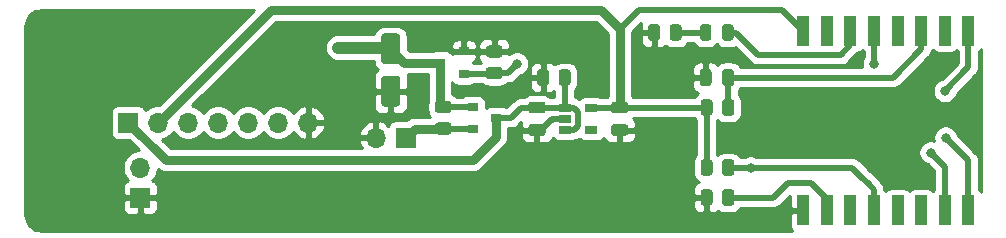
<source format=gbr>
%TF.GenerationSoftware,KiCad,Pcbnew,(5.1.10)-1*%
%TF.CreationDate,2021-06-13T23:34:16+02:00*%
%TF.ProjectId,mailbox_notifier_wifi,6d61696c-626f-4785-9f6e-6f7469666965,rev?*%
%TF.SameCoordinates,Original*%
%TF.FileFunction,Copper,L1,Top*%
%TF.FilePolarity,Positive*%
%FSLAX46Y46*%
G04 Gerber Fmt 4.6, Leading zero omitted, Abs format (unit mm)*
G04 Created by KiCad (PCBNEW (5.1.10)-1) date 2021-06-13 23:34:16*
%MOMM*%
%LPD*%
G01*
G04 APERTURE LIST*
%TA.AperFunction,ComponentPad*%
%ADD10O,1.700000X1.700000*%
%TD*%
%TA.AperFunction,ComponentPad*%
%ADD11R,1.700000X1.700000*%
%TD*%
%TA.AperFunction,SMDPad,CuDef*%
%ADD12R,1.000000X2.500000*%
%TD*%
%TA.AperFunction,SMDPad,CuDef*%
%ADD13R,1.060000X0.650000*%
%TD*%
%TA.AperFunction,SMDPad,CuDef*%
%ADD14R,0.900000X0.800000*%
%TD*%
%TA.AperFunction,ViaPad*%
%ADD15C,0.800000*%
%TD*%
%TA.AperFunction,Conductor*%
%ADD16C,0.500000*%
%TD*%
%TA.AperFunction,Conductor*%
%ADD17C,0.750000*%
%TD*%
%TA.AperFunction,Conductor*%
%ADD18C,1.000000*%
%TD*%
%TA.AperFunction,Conductor*%
%ADD19C,0.254000*%
%TD*%
%TA.AperFunction,Conductor*%
%ADD20C,0.100000*%
%TD*%
G04 APERTURE END LIST*
%TO.P,C1,2*%
%TO.N,GND*%
%TA.AperFunction,SMDPad,CuDef*%
G36*
G01*
X131530000Y-86225000D02*
X132630000Y-86225000D01*
G75*
G02*
X132880000Y-86475000I0J-250000D01*
G01*
X132880000Y-88575000D01*
G75*
G02*
X132630000Y-88825000I-250000J0D01*
G01*
X131530000Y-88825000D01*
G75*
G02*
X131280000Y-88575000I0J250000D01*
G01*
X131280000Y-86475000D01*
G75*
G02*
X131530000Y-86225000I250000J0D01*
G01*
G37*
%TD.AperFunction*%
%TO.P,C1,1*%
%TO.N,Net-(C1-Pad1)*%
%TA.AperFunction,SMDPad,CuDef*%
G36*
G01*
X131530000Y-82625000D02*
X132630000Y-82625000D01*
G75*
G02*
X132880000Y-82875000I0J-250000D01*
G01*
X132880000Y-84975000D01*
G75*
G02*
X132630000Y-85225000I-250000J0D01*
G01*
X131530000Y-85225000D01*
G75*
G02*
X131280000Y-84975000I0J250000D01*
G01*
X131280000Y-82875000D01*
G75*
G02*
X131530000Y-82625000I250000J0D01*
G01*
G37*
%TD.AperFunction*%
%TD*%
D10*
%TO.P,J1,7*%
%TO.N,GND*%
X125095000Y-90170000D03*
%TO.P,J1,6*%
%TO.N,GPIO0*%
X122555000Y-90170000D03*
%TO.P,J1,5*%
%TO.N,RESET*%
X120015000Y-90170000D03*
%TO.P,J1,4*%
%TO.N,UART_TXD*%
X117475000Y-90170000D03*
%TO.P,J1,3*%
%TO.N,UART_RXD*%
X114935000Y-90170000D03*
%TO.P,J1,2*%
%TO.N,+3V3*%
X112395000Y-90170000D03*
D11*
%TO.P,J1,1*%
%TO.N,POWER_IN*%
X109855000Y-90170000D03*
%TD*%
D10*
%TO.P,BT1,2*%
%TO.N,GND*%
X130810000Y-91440000D03*
D11*
%TO.P,BT1,1*%
%TO.N,Net-(BT1-Pad1)*%
X133350000Y-91440000D03*
%TD*%
D10*
%TO.P,SW1,2*%
%TO.N,Net-(C1-Pad1)*%
X110871000Y-93980000D03*
D11*
%TO.P,SW1,1*%
%TO.N,GND*%
X110871000Y-96520000D03*
%TD*%
D12*
%TO.P,U2,22*%
%TO.N,UART_TXD*%
X181000000Y-97600000D03*
%TO.P,U2,21*%
%TO.N,UART_RXD*%
X179000000Y-97600000D03*
%TO.P,U2,20*%
%TO.N,Net-(U2-Pad20)*%
X177000000Y-97600000D03*
%TO.P,U2,19*%
%TO.N,Net-(U2-Pad19)*%
X175000000Y-97600000D03*
%TO.P,U2,18*%
%TO.N,GPIO0*%
X173000000Y-97600000D03*
%TO.P,U2,17*%
%TO.N,Net-(U2-Pad17)*%
X171000000Y-97600000D03*
%TO.P,U2,16*%
%TO.N,GPIO15*%
X169000000Y-97600000D03*
%TO.P,U2,15*%
%TO.N,GND*%
X167000000Y-97600000D03*
%TO.P,U2,8*%
%TO.N,+3V3*%
X167000000Y-82400000D03*
%TO.P,U2,7*%
%TO.N,Net-(U2-Pad7)*%
X169000000Y-82400000D03*
%TO.P,U2,6*%
%TO.N,LED_STATUS*%
X171000000Y-82400000D03*
%TO.P,U2,5*%
%TO.N,POWER_HOLD*%
X173000000Y-82400000D03*
%TO.P,U2,4*%
%TO.N,Net-(U2-Pad4)*%
X175000000Y-82400000D03*
%TO.P,U2,3*%
%TO.N,ENABLE*%
X177000000Y-82400000D03*
%TO.P,U2,2*%
%TO.N,Net-(U2-Pad2)*%
X179000000Y-82400000D03*
%TO.P,U2,1*%
%TO.N,RESET*%
X181000000Y-82400000D03*
%TD*%
D13*
%TO.P,U1,5*%
%TO.N,+3V3*%
X149065000Y-88905000D03*
%TO.P,U1,4*%
%TO.N,Net-(U1-Pad4)*%
X149065000Y-90805000D03*
%TO.P,U1,3*%
%TO.N,POWER_IN*%
X146865000Y-90805000D03*
%TO.P,U1,2*%
%TO.N,GND*%
X146865000Y-89855000D03*
%TO.P,U1,1*%
%TO.N,POWER_IN*%
X146865000Y-88905000D03*
%TD*%
%TO.P,R7,2*%
%TO.N,Net-(D1-Pad1)*%
%TA.AperFunction,SMDPad,CuDef*%
G36*
G01*
X155697500Y-83000002D02*
X155697500Y-82099998D01*
G75*
G02*
X155947498Y-81850000I249998J0D01*
G01*
X156472502Y-81850000D01*
G75*
G02*
X156722500Y-82099998I0J-249998D01*
G01*
X156722500Y-83000002D01*
G75*
G02*
X156472502Y-83250000I-249998J0D01*
G01*
X155947498Y-83250000D01*
G75*
G02*
X155697500Y-83000002I0J249998D01*
G01*
G37*
%TD.AperFunction*%
%TO.P,R7,1*%
%TO.N,GND*%
%TA.AperFunction,SMDPad,CuDef*%
G36*
G01*
X153872500Y-83000002D02*
X153872500Y-82099998D01*
G75*
G02*
X154122498Y-81850000I249998J0D01*
G01*
X154647502Y-81850000D01*
G75*
G02*
X154897500Y-82099998I0J-249998D01*
G01*
X154897500Y-83000002D01*
G75*
G02*
X154647502Y-83250000I-249998J0D01*
G01*
X154122498Y-83250000D01*
G75*
G02*
X153872500Y-83000002I0J249998D01*
G01*
G37*
%TD.AperFunction*%
%TD*%
%TO.P,R6,2*%
%TO.N,GND*%
%TA.AperFunction,SMDPad,CuDef*%
G36*
G01*
X159342500Y-96069998D02*
X159342500Y-96970002D01*
G75*
G02*
X159092502Y-97220000I-249998J0D01*
G01*
X158567498Y-97220000D01*
G75*
G02*
X158317500Y-96970002I0J249998D01*
G01*
X158317500Y-96069998D01*
G75*
G02*
X158567498Y-95820000I249998J0D01*
G01*
X159092502Y-95820000D01*
G75*
G02*
X159342500Y-96069998I0J-249998D01*
G01*
G37*
%TD.AperFunction*%
%TO.P,R6,1*%
%TO.N,GPIO15*%
%TA.AperFunction,SMDPad,CuDef*%
G36*
G01*
X161167500Y-96069998D02*
X161167500Y-96970002D01*
G75*
G02*
X160917502Y-97220000I-249998J0D01*
G01*
X160392498Y-97220000D01*
G75*
G02*
X160142500Y-96970002I0J249998D01*
G01*
X160142500Y-96069998D01*
G75*
G02*
X160392498Y-95820000I249998J0D01*
G01*
X160917502Y-95820000D01*
G75*
G02*
X161167500Y-96069998I0J-249998D01*
G01*
G37*
%TD.AperFunction*%
%TD*%
%TO.P,R5,2*%
%TO.N,GPIO0*%
%TA.AperFunction,SMDPad,CuDef*%
G36*
G01*
X160142500Y-94430002D02*
X160142500Y-93529998D01*
G75*
G02*
X160392498Y-93280000I249998J0D01*
G01*
X160917502Y-93280000D01*
G75*
G02*
X161167500Y-93529998I0J-249998D01*
G01*
X161167500Y-94430002D01*
G75*
G02*
X160917502Y-94680000I-249998J0D01*
G01*
X160392498Y-94680000D01*
G75*
G02*
X160142500Y-94430002I0J249998D01*
G01*
G37*
%TD.AperFunction*%
%TO.P,R5,1*%
%TO.N,+3V3*%
%TA.AperFunction,SMDPad,CuDef*%
G36*
G01*
X158317500Y-94430002D02*
X158317500Y-93529998D01*
G75*
G02*
X158567498Y-93280000I249998J0D01*
G01*
X159092502Y-93280000D01*
G75*
G02*
X159342500Y-93529998I0J-249998D01*
G01*
X159342500Y-94430002D01*
G75*
G02*
X159092502Y-94680000I-249998J0D01*
G01*
X158567498Y-94680000D01*
G75*
G02*
X158317500Y-94430002I0J249998D01*
G01*
G37*
%TD.AperFunction*%
%TD*%
%TO.P,R4,2*%
%TO.N,ENABLE*%
%TA.AperFunction,SMDPad,CuDef*%
G36*
G01*
X160142500Y-89350002D02*
X160142500Y-88449998D01*
G75*
G02*
X160392498Y-88200000I249998J0D01*
G01*
X160917502Y-88200000D01*
G75*
G02*
X161167500Y-88449998I0J-249998D01*
G01*
X161167500Y-89350002D01*
G75*
G02*
X160917502Y-89600000I-249998J0D01*
G01*
X160392498Y-89600000D01*
G75*
G02*
X160142500Y-89350002I0J249998D01*
G01*
G37*
%TD.AperFunction*%
%TO.P,R4,1*%
%TO.N,+3V3*%
%TA.AperFunction,SMDPad,CuDef*%
G36*
G01*
X158317500Y-89350002D02*
X158317500Y-88449998D01*
G75*
G02*
X158567498Y-88200000I249998J0D01*
G01*
X159092502Y-88200000D01*
G75*
G02*
X159342500Y-88449998I0J-249998D01*
G01*
X159342500Y-89350002D01*
G75*
G02*
X159092502Y-89600000I-249998J0D01*
G01*
X158567498Y-89600000D01*
G75*
G02*
X158317500Y-89350002I0J249998D01*
G01*
G37*
%TD.AperFunction*%
%TD*%
%TO.P,R3,2*%
%TO.N,GND*%
%TA.AperFunction,SMDPad,CuDef*%
G36*
G01*
X145499500Y-85909998D02*
X145499500Y-86810002D01*
G75*
G02*
X145249502Y-87060000I-249998J0D01*
G01*
X144724498Y-87060000D01*
G75*
G02*
X144474500Y-86810002I0J249998D01*
G01*
X144474500Y-85909998D01*
G75*
G02*
X144724498Y-85660000I249998J0D01*
G01*
X145249502Y-85660000D01*
G75*
G02*
X145499500Y-85909998I0J-249998D01*
G01*
G37*
%TD.AperFunction*%
%TO.P,R3,1*%
%TO.N,POWER_IN*%
%TA.AperFunction,SMDPad,CuDef*%
G36*
G01*
X147324500Y-85909998D02*
X147324500Y-86810002D01*
G75*
G02*
X147074502Y-87060000I-249998J0D01*
G01*
X146549498Y-87060000D01*
G75*
G02*
X146299500Y-86810002I0J249998D01*
G01*
X146299500Y-85909998D01*
G75*
G02*
X146549498Y-85660000I249998J0D01*
G01*
X147074502Y-85660000D01*
G75*
G02*
X147324500Y-85909998I0J-249998D01*
G01*
G37*
%TD.AperFunction*%
%TD*%
%TO.P,R2,1*%
%TO.N,GND*%
%TA.AperFunction,SMDPad,CuDef*%
G36*
G01*
X140392998Y-83641500D02*
X141293002Y-83641500D01*
G75*
G02*
X141543000Y-83891498I0J-249998D01*
G01*
X141543000Y-84416502D01*
G75*
G02*
X141293002Y-84666500I-249998J0D01*
G01*
X140392998Y-84666500D01*
G75*
G02*
X140143000Y-84416502I0J249998D01*
G01*
X140143000Y-83891498D01*
G75*
G02*
X140392998Y-83641500I249998J0D01*
G01*
G37*
%TD.AperFunction*%
%TO.P,R2,2*%
%TO.N,POWER_HOLD*%
%TA.AperFunction,SMDPad,CuDef*%
G36*
G01*
X140392998Y-85466500D02*
X141293002Y-85466500D01*
G75*
G02*
X141543000Y-85716498I0J-249998D01*
G01*
X141543000Y-86241502D01*
G75*
G02*
X141293002Y-86491500I-249998J0D01*
G01*
X140392998Y-86491500D01*
G75*
G02*
X140143000Y-86241502I0J249998D01*
G01*
X140143000Y-85716498D01*
G75*
G02*
X140392998Y-85466500I249998J0D01*
G01*
G37*
%TD.AperFunction*%
%TD*%
%TO.P,R1,2*%
%TO.N,Net-(C1-Pad1)*%
%TA.AperFunction,SMDPad,CuDef*%
G36*
G01*
X136975002Y-89365500D02*
X136074998Y-89365500D01*
G75*
G02*
X135825000Y-89115502I0J249998D01*
G01*
X135825000Y-88590498D01*
G75*
G02*
X136074998Y-88340500I249998J0D01*
G01*
X136975002Y-88340500D01*
G75*
G02*
X137225000Y-88590498I0J-249998D01*
G01*
X137225000Y-89115502D01*
G75*
G02*
X136975002Y-89365500I-249998J0D01*
G01*
G37*
%TD.AperFunction*%
%TO.P,R1,1*%
%TO.N,Net-(BT1-Pad1)*%
%TA.AperFunction,SMDPad,CuDef*%
G36*
G01*
X136975002Y-91190500D02*
X136074998Y-91190500D01*
G75*
G02*
X135825000Y-90940502I0J249998D01*
G01*
X135825000Y-90415498D01*
G75*
G02*
X136074998Y-90165500I249998J0D01*
G01*
X136975002Y-90165500D01*
G75*
G02*
X137225000Y-90415498I0J-249998D01*
G01*
X137225000Y-90940502D01*
G75*
G02*
X136975002Y-91190500I-249998J0D01*
G01*
G37*
%TD.AperFunction*%
%TD*%
D14*
%TO.P,Q2,1*%
%TO.N,POWER_HOLD*%
X138287000Y-86040000D03*
%TO.P,Q2,2*%
%TO.N,GND*%
X138287000Y-84140000D03*
%TO.P,Q2,3*%
%TO.N,Net-(C1-Pad1)*%
X136287000Y-85090000D03*
%TD*%
%TO.P,Q1,3*%
%TO.N,POWER_IN*%
X141035000Y-89789000D03*
%TO.P,Q1,2*%
%TO.N,Net-(BT1-Pad1)*%
X139035000Y-90739000D03*
%TO.P,Q1,1*%
%TO.N,Net-(C1-Pad1)*%
X139035000Y-88839000D03*
%TD*%
%TO.P,D1,2*%
%TO.N,LED_STATUS*%
%TA.AperFunction,SMDPad,CuDef*%
G36*
G01*
X160137500Y-83006250D02*
X160137500Y-82093750D01*
G75*
G02*
X160381250Y-81850000I243750J0D01*
G01*
X160868750Y-81850000D01*
G75*
G02*
X161112500Y-82093750I0J-243750D01*
G01*
X161112500Y-83006250D01*
G75*
G02*
X160868750Y-83250000I-243750J0D01*
G01*
X160381250Y-83250000D01*
G75*
G02*
X160137500Y-83006250I0J243750D01*
G01*
G37*
%TD.AperFunction*%
%TO.P,D1,1*%
%TO.N,Net-(D1-Pad1)*%
%TA.AperFunction,SMDPad,CuDef*%
G36*
G01*
X158262500Y-83006250D02*
X158262500Y-82093750D01*
G75*
G02*
X158506250Y-81850000I243750J0D01*
G01*
X158993750Y-81850000D01*
G75*
G02*
X159237500Y-82093750I0J-243750D01*
G01*
X159237500Y-83006250D01*
G75*
G02*
X158993750Y-83250000I-243750J0D01*
G01*
X158506250Y-83250000D01*
G75*
G02*
X158262500Y-83006250I0J243750D01*
G01*
G37*
%TD.AperFunction*%
%TD*%
%TO.P,C4,2*%
%TO.N,GND*%
%TA.AperFunction,SMDPad,CuDef*%
G36*
G01*
X159255000Y-85885000D02*
X159255000Y-86835000D01*
G75*
G02*
X159005000Y-87085000I-250000J0D01*
G01*
X158505000Y-87085000D01*
G75*
G02*
X158255000Y-86835000I0J250000D01*
G01*
X158255000Y-85885000D01*
G75*
G02*
X158505000Y-85635000I250000J0D01*
G01*
X159005000Y-85635000D01*
G75*
G02*
X159255000Y-85885000I0J-250000D01*
G01*
G37*
%TD.AperFunction*%
%TO.P,C4,1*%
%TO.N,ENABLE*%
%TA.AperFunction,SMDPad,CuDef*%
G36*
G01*
X161155000Y-85885000D02*
X161155000Y-86835000D01*
G75*
G02*
X160905000Y-87085000I-250000J0D01*
G01*
X160405000Y-87085000D01*
G75*
G02*
X160155000Y-86835000I0J250000D01*
G01*
X160155000Y-85885000D01*
G75*
G02*
X160405000Y-85635000I250000J0D01*
G01*
X160905000Y-85635000D01*
G75*
G02*
X161155000Y-85885000I0J-250000D01*
G01*
G37*
%TD.AperFunction*%
%TD*%
%TO.P,C3,2*%
%TO.N,GND*%
%TA.AperFunction,SMDPad,CuDef*%
G36*
G01*
X150990000Y-90305000D02*
X151940000Y-90305000D01*
G75*
G02*
X152190000Y-90555000I0J-250000D01*
G01*
X152190000Y-91055000D01*
G75*
G02*
X151940000Y-91305000I-250000J0D01*
G01*
X150990000Y-91305000D01*
G75*
G02*
X150740000Y-91055000I0J250000D01*
G01*
X150740000Y-90555000D01*
G75*
G02*
X150990000Y-90305000I250000J0D01*
G01*
G37*
%TD.AperFunction*%
%TO.P,C3,1*%
%TO.N,+3V3*%
%TA.AperFunction,SMDPad,CuDef*%
G36*
G01*
X150990000Y-88405000D02*
X151940000Y-88405000D01*
G75*
G02*
X152190000Y-88655000I0J-250000D01*
G01*
X152190000Y-89155000D01*
G75*
G02*
X151940000Y-89405000I-250000J0D01*
G01*
X150990000Y-89405000D01*
G75*
G02*
X150740000Y-89155000I0J250000D01*
G01*
X150740000Y-88655000D01*
G75*
G02*
X150990000Y-88405000I250000J0D01*
G01*
G37*
%TD.AperFunction*%
%TD*%
%TO.P,C2,2*%
%TO.N,GND*%
%TA.AperFunction,SMDPad,CuDef*%
G36*
G01*
X143990000Y-90305000D02*
X144940000Y-90305000D01*
G75*
G02*
X145190000Y-90555000I0J-250000D01*
G01*
X145190000Y-91055000D01*
G75*
G02*
X144940000Y-91305000I-250000J0D01*
G01*
X143990000Y-91305000D01*
G75*
G02*
X143740000Y-91055000I0J250000D01*
G01*
X143740000Y-90555000D01*
G75*
G02*
X143990000Y-90305000I250000J0D01*
G01*
G37*
%TD.AperFunction*%
%TO.P,C2,1*%
%TO.N,POWER_IN*%
%TA.AperFunction,SMDPad,CuDef*%
G36*
G01*
X143990000Y-88405000D02*
X144940000Y-88405000D01*
G75*
G02*
X145190000Y-88655000I0J-250000D01*
G01*
X145190000Y-89155000D01*
G75*
G02*
X144940000Y-89405000I-250000J0D01*
G01*
X143990000Y-89405000D01*
G75*
G02*
X143740000Y-89155000I0J250000D01*
G01*
X143740000Y-88655000D01*
G75*
G02*
X143990000Y-88405000I250000J0D01*
G01*
G37*
%TD.AperFunction*%
%TD*%
D15*
%TO.N,GND*%
X153035000Y-83820000D03*
X170815000Y-89535000D03*
%TO.N,Net-(C1-Pad1)*%
X128905000Y-83820000D03*
X127635000Y-83820000D03*
%TO.N,UART_RXD*%
X177800000Y-92710000D03*
%TO.N,UART_TXD*%
X179070000Y-91440000D03*
%TO.N,POWER_HOLD*%
X173000000Y-85191000D03*
X142774000Y-85191000D03*
%TO.N,RESET*%
X179000000Y-87500000D03*
%TO.N,GPIO0*%
X162560000Y-93980000D03*
%TD*%
D16*
%TO.N,GND*%
X145780000Y-89855000D02*
X146865000Y-89855000D01*
X144830000Y-90805000D02*
X145780000Y-89855000D01*
X144465000Y-90805000D02*
X144830000Y-90805000D01*
%TO.N,Net-(BT1-Pad1)*%
X138974000Y-90678000D02*
X139035000Y-90739000D01*
X136525000Y-90678000D02*
X138974000Y-90678000D01*
D17*
X134112000Y-90678000D02*
X133350000Y-91440000D01*
X136525000Y-90678000D02*
X134112000Y-90678000D01*
D16*
%TO.N,Net-(C1-Pad1)*%
X139021000Y-88853000D02*
X139035000Y-88839000D01*
X136525000Y-88853000D02*
X139021000Y-88853000D01*
D17*
X136287000Y-88615000D02*
X136525000Y-88853000D01*
X136287000Y-85090000D02*
X136287000Y-88615000D01*
D18*
X131975000Y-83820000D02*
X132080000Y-83925000D01*
X128905000Y-83820000D02*
X131975000Y-83820000D01*
D17*
X133245000Y-85090000D02*
X132080000Y-83925000D01*
X136287000Y-85090000D02*
X133245000Y-85090000D01*
D18*
X128905000Y-83820000D02*
X127635000Y-83820000D01*
X127635000Y-83820000D02*
X127635000Y-83820000D01*
D16*
%TO.N,POWER_IN*%
X147580002Y-90805000D02*
X146865000Y-90805000D01*
X147955000Y-89279998D02*
X147955000Y-90430002D01*
X147955000Y-90430002D02*
X147580002Y-90805000D01*
X147580002Y-88905000D02*
X147955000Y-89279998D01*
X146865000Y-88905000D02*
X147580002Y-88905000D01*
X144465000Y-88905000D02*
X146865000Y-88905000D01*
X143124000Y-88905000D02*
X144465000Y-88905000D01*
X142240000Y-89789000D02*
X143124000Y-88905000D01*
X141035000Y-89789000D02*
X142240000Y-89789000D01*
X146812000Y-88852000D02*
X146865000Y-88905000D01*
X146812000Y-86360000D02*
X146812000Y-88852000D01*
D17*
X139065000Y-93345000D02*
X141035000Y-91375000D01*
X141035000Y-91375000D02*
X141035000Y-89789000D01*
X113030000Y-93345000D02*
X139065000Y-93345000D01*
X109855000Y-90170000D02*
X113030000Y-93345000D01*
D16*
%TO.N,+3V3*%
X149065000Y-88905000D02*
X151465000Y-88905000D01*
X158825000Y-88905000D02*
X158830000Y-88900000D01*
X151465000Y-88905000D02*
X158825000Y-88905000D01*
X158830000Y-88900000D02*
X158830000Y-93980000D01*
D17*
X151465000Y-82250000D02*
X151465000Y-88905000D01*
D16*
X153070000Y-80645000D02*
X151465000Y-82250000D01*
X165245000Y-80645000D02*
X153070000Y-80645000D01*
X167000000Y-82400000D02*
X165245000Y-80645000D01*
D17*
X149860000Y-80645000D02*
X151465000Y-82250000D01*
X121920000Y-80645000D02*
X149860000Y-80645000D01*
X112395000Y-90170000D02*
X121920000Y-80645000D01*
D16*
%TO.N,ENABLE*%
X160655000Y-88900000D02*
X160655000Y-86360000D01*
X177000000Y-83985000D02*
X177000000Y-82400000D01*
X174625000Y-86360000D02*
X177000000Y-83985000D01*
X160655000Y-86360000D02*
X174625000Y-86360000D01*
%TO.N,LED_STATUS*%
X160625000Y-82550000D02*
X161290000Y-82550000D01*
X161290000Y-82550000D02*
X163195000Y-84455000D01*
X163195000Y-84455000D02*
X170180000Y-84455000D01*
X170180000Y-84455000D02*
X171000000Y-83635000D01*
X171000000Y-83635000D02*
X171000000Y-82400000D01*
%TO.N,Net-(D1-Pad1)*%
X156210000Y-82550000D02*
X158750000Y-82550000D01*
%TO.N,UART_RXD*%
X179000000Y-93910000D02*
X179000000Y-97600000D01*
X177800000Y-92710000D02*
X179000000Y-93910000D01*
%TO.N,UART_TXD*%
X181000000Y-93370000D02*
X181000000Y-97600000D01*
X179070000Y-91440000D02*
X181000000Y-93370000D01*
%TO.N,POWER_HOLD*%
X140782000Y-86040000D02*
X140843000Y-85979000D01*
X138287000Y-86040000D02*
X140782000Y-86040000D01*
X173000000Y-82400000D02*
X173000000Y-85191000D01*
X141986000Y-85979000D02*
X140843000Y-85979000D01*
X142774000Y-85191000D02*
X141986000Y-85979000D01*
%TO.N,RESET*%
X180975000Y-82425000D02*
X181000000Y-82400000D01*
X181000000Y-85500000D02*
X181000000Y-82400000D01*
X179000000Y-87500000D02*
X181000000Y-85500000D01*
%TO.N,GPIO0*%
X173000000Y-95850000D02*
X172560000Y-95410000D01*
X160655000Y-93980000D02*
X171130000Y-93980000D01*
X173000000Y-97600000D02*
X173000000Y-95850000D01*
X171925000Y-94775000D02*
X172560000Y-95410000D01*
X171130000Y-93980000D02*
X171925000Y-94775000D01*
%TO.N,GPIO15*%
X167640000Y-95250000D02*
X169000000Y-96610000D01*
X165735000Y-95250000D02*
X167640000Y-95250000D01*
X169000000Y-96610000D02*
X169000000Y-97600000D01*
X164465000Y-96520000D02*
X165735000Y-95250000D01*
X160655000Y-96520000D02*
X164465000Y-96520000D01*
%TD*%
D19*
%TO.N,GND*%
X112451645Y-88685000D02*
X112248740Y-88685000D01*
X111961842Y-88742068D01*
X111691589Y-88854010D01*
X111448368Y-89016525D01*
X111316513Y-89148380D01*
X111294502Y-89075820D01*
X111235537Y-88965506D01*
X111156185Y-88868815D01*
X111059494Y-88789463D01*
X110949180Y-88730498D01*
X110829482Y-88694188D01*
X110705000Y-88681928D01*
X109005000Y-88681928D01*
X108880518Y-88694188D01*
X108760820Y-88730498D01*
X108650506Y-88789463D01*
X108553815Y-88868815D01*
X108474463Y-88965506D01*
X108415498Y-89075820D01*
X108379188Y-89195518D01*
X108366928Y-89320000D01*
X108366928Y-91020000D01*
X108379188Y-91144482D01*
X108415498Y-91264180D01*
X108474463Y-91374494D01*
X108553815Y-91471185D01*
X108650506Y-91550537D01*
X108760820Y-91609502D01*
X108880518Y-91645812D01*
X109005000Y-91658072D01*
X109914717Y-91658072D01*
X110751645Y-92495000D01*
X110724740Y-92495000D01*
X110437842Y-92552068D01*
X110167589Y-92664010D01*
X109924368Y-92826525D01*
X109717525Y-93033368D01*
X109555010Y-93276589D01*
X109443068Y-93546842D01*
X109386000Y-93833740D01*
X109386000Y-94126260D01*
X109443068Y-94413158D01*
X109555010Y-94683411D01*
X109717525Y-94926632D01*
X109849380Y-95058487D01*
X109776820Y-95080498D01*
X109666506Y-95139463D01*
X109569815Y-95218815D01*
X109490463Y-95315506D01*
X109431498Y-95425820D01*
X109395188Y-95545518D01*
X109382928Y-95670000D01*
X109386000Y-96234250D01*
X109544750Y-96393000D01*
X110744000Y-96393000D01*
X110744000Y-96373000D01*
X110998000Y-96373000D01*
X110998000Y-96393000D01*
X112197250Y-96393000D01*
X112356000Y-96234250D01*
X112359072Y-95670000D01*
X112346812Y-95545518D01*
X112310502Y-95425820D01*
X112251537Y-95315506D01*
X112172185Y-95218815D01*
X112075494Y-95139463D01*
X111965180Y-95080498D01*
X111892620Y-95058487D01*
X112024475Y-94926632D01*
X112186990Y-94683411D01*
X112298932Y-94413158D01*
X112356000Y-94126260D01*
X112356000Y-94098441D01*
X112466160Y-94188847D01*
X112641620Y-94282632D01*
X112832006Y-94340385D01*
X112980392Y-94355000D01*
X112980394Y-94355000D01*
X113029999Y-94359886D01*
X113079604Y-94355000D01*
X139015392Y-94355000D01*
X139065000Y-94359886D01*
X139262994Y-94340385D01*
X139329162Y-94320313D01*
X139453380Y-94282632D01*
X139628840Y-94188847D01*
X139782633Y-94062633D01*
X139814261Y-94024094D01*
X141714100Y-92124256D01*
X141752633Y-92092633D01*
X141878847Y-91938840D01*
X141972632Y-91763380D01*
X141974928Y-91755812D01*
X142030385Y-91572995D01*
X142049886Y-91375000D01*
X142045000Y-91325392D01*
X142045000Y-91305000D01*
X143101928Y-91305000D01*
X143114188Y-91429482D01*
X143150498Y-91549180D01*
X143209463Y-91659494D01*
X143288815Y-91756185D01*
X143385506Y-91835537D01*
X143495820Y-91894502D01*
X143615518Y-91930812D01*
X143740000Y-91943072D01*
X144179250Y-91940000D01*
X144338000Y-91781250D01*
X144338000Y-90932000D01*
X143263750Y-90932000D01*
X143105000Y-91090750D01*
X143101928Y-91305000D01*
X142045000Y-91305000D01*
X142045000Y-90674000D01*
X142196531Y-90674000D01*
X142240000Y-90678281D01*
X142283469Y-90674000D01*
X142283477Y-90674000D01*
X142413490Y-90661195D01*
X142580313Y-90610589D01*
X142734059Y-90528411D01*
X142868817Y-90417817D01*
X142896534Y-90384044D01*
X143120340Y-90160239D01*
X143114188Y-90180518D01*
X143101928Y-90305000D01*
X143105000Y-90519250D01*
X143263750Y-90678000D01*
X144338000Y-90678000D01*
X144338000Y-90658000D01*
X144592000Y-90658000D01*
X144592000Y-90678000D01*
X144612000Y-90678000D01*
X144612000Y-90932000D01*
X144592000Y-90932000D01*
X144592000Y-91781250D01*
X144750750Y-91940000D01*
X145190000Y-91943072D01*
X145314482Y-91930812D01*
X145434180Y-91894502D01*
X145544494Y-91835537D01*
X145641185Y-91756185D01*
X145720537Y-91659494D01*
X145779502Y-91549180D01*
X145801057Y-91478122D01*
X145804463Y-91484494D01*
X145883815Y-91581185D01*
X145980506Y-91660537D01*
X146090820Y-91719502D01*
X146210518Y-91755812D01*
X146335000Y-91768072D01*
X147395000Y-91768072D01*
X147519482Y-91755812D01*
X147639180Y-91719502D01*
X147710387Y-91681440D01*
X147753492Y-91677195D01*
X147920315Y-91626589D01*
X148059863Y-91552000D01*
X148083815Y-91581185D01*
X148180506Y-91660537D01*
X148290820Y-91719502D01*
X148410518Y-91755812D01*
X148535000Y-91768072D01*
X149595000Y-91768072D01*
X149719482Y-91755812D01*
X149839180Y-91719502D01*
X149949494Y-91660537D01*
X150046185Y-91581185D01*
X150125537Y-91484494D01*
X150128943Y-91478122D01*
X150150498Y-91549180D01*
X150209463Y-91659494D01*
X150288815Y-91756185D01*
X150385506Y-91835537D01*
X150495820Y-91894502D01*
X150615518Y-91930812D01*
X150740000Y-91943072D01*
X151179250Y-91940000D01*
X151338000Y-91781250D01*
X151338000Y-90932000D01*
X151592000Y-90932000D01*
X151592000Y-91781250D01*
X151750750Y-91940000D01*
X152190000Y-91943072D01*
X152314482Y-91930812D01*
X152434180Y-91894502D01*
X152544494Y-91835537D01*
X152641185Y-91756185D01*
X152720537Y-91659494D01*
X152779502Y-91549180D01*
X152815812Y-91429482D01*
X152828072Y-91305000D01*
X152825000Y-91090750D01*
X152666250Y-90932000D01*
X151592000Y-90932000D01*
X151338000Y-90932000D01*
X151318000Y-90932000D01*
X151318000Y-90678000D01*
X151338000Y-90678000D01*
X151338000Y-90658000D01*
X151592000Y-90658000D01*
X151592000Y-90678000D01*
X152666250Y-90678000D01*
X152825000Y-90519250D01*
X152828072Y-90305000D01*
X152815812Y-90180518D01*
X152779502Y-90060820D01*
X152720537Y-89950506D01*
X152641185Y-89853815D01*
X152563426Y-89790000D01*
X157800559Y-89790000D01*
X157829095Y-89843387D01*
X157939538Y-89977962D01*
X157945000Y-89982445D01*
X157945001Y-92897555D01*
X157939538Y-92902038D01*
X157829095Y-93036613D01*
X157747028Y-93190148D01*
X157696492Y-93356744D01*
X157679428Y-93529998D01*
X157679428Y-94430002D01*
X157696492Y-94603256D01*
X157747028Y-94769852D01*
X157829095Y-94923387D01*
X157939538Y-95057962D01*
X158074113Y-95168405D01*
X158147935Y-95207864D01*
X158073320Y-95230498D01*
X157963006Y-95289463D01*
X157866315Y-95368815D01*
X157786963Y-95465506D01*
X157727998Y-95575820D01*
X157691688Y-95695518D01*
X157679428Y-95820000D01*
X157682500Y-96234250D01*
X157841250Y-96393000D01*
X158703000Y-96393000D01*
X158703000Y-96373000D01*
X158957000Y-96373000D01*
X158957000Y-96393000D01*
X158977000Y-96393000D01*
X158977000Y-96647000D01*
X158957000Y-96647000D01*
X158957000Y-97696250D01*
X159115750Y-97855000D01*
X159342500Y-97858072D01*
X159466982Y-97845812D01*
X159586680Y-97809502D01*
X159696994Y-97750537D01*
X159793685Y-97671185D01*
X159817863Y-97641724D01*
X159899113Y-97708405D01*
X160052648Y-97790472D01*
X160219244Y-97841008D01*
X160392498Y-97858072D01*
X160917502Y-97858072D01*
X161090756Y-97841008D01*
X161257352Y-97790472D01*
X161410887Y-97708405D01*
X161545462Y-97597962D01*
X161655905Y-97463387D01*
X161687114Y-97405000D01*
X164421531Y-97405000D01*
X164465000Y-97409281D01*
X164508469Y-97405000D01*
X164508477Y-97405000D01*
X164638490Y-97392195D01*
X164805313Y-97341589D01*
X164959059Y-97259411D01*
X165093817Y-97148817D01*
X165121534Y-97115044D01*
X165862006Y-96374572D01*
X165865000Y-97314250D01*
X166023750Y-97473000D01*
X166873000Y-97473000D01*
X166873000Y-97453000D01*
X167127000Y-97453000D01*
X167127000Y-97473000D01*
X167147000Y-97473000D01*
X167147000Y-97727000D01*
X167127000Y-97727000D01*
X167127000Y-97747000D01*
X166873000Y-97747000D01*
X166873000Y-97727000D01*
X166023750Y-97727000D01*
X165865000Y-97885750D01*
X165861928Y-98850000D01*
X165874188Y-98974482D01*
X165910498Y-99094180D01*
X165969463Y-99204494D01*
X166048815Y-99301185D01*
X166096111Y-99340000D01*
X102532279Y-99340000D01*
X102240340Y-99311375D01*
X101990571Y-99235965D01*
X101760206Y-99113477D01*
X101558021Y-98948579D01*
X101391712Y-98747546D01*
X101267622Y-98518046D01*
X101190469Y-98268805D01*
X101160000Y-97978911D01*
X101160000Y-97370000D01*
X109382928Y-97370000D01*
X109395188Y-97494482D01*
X109431498Y-97614180D01*
X109490463Y-97724494D01*
X109569815Y-97821185D01*
X109666506Y-97900537D01*
X109776820Y-97959502D01*
X109896518Y-97995812D01*
X110021000Y-98008072D01*
X110585250Y-98005000D01*
X110744000Y-97846250D01*
X110744000Y-96647000D01*
X110998000Y-96647000D01*
X110998000Y-97846250D01*
X111156750Y-98005000D01*
X111721000Y-98008072D01*
X111845482Y-97995812D01*
X111965180Y-97959502D01*
X112075494Y-97900537D01*
X112172185Y-97821185D01*
X112251537Y-97724494D01*
X112310502Y-97614180D01*
X112346812Y-97494482D01*
X112359072Y-97370000D01*
X112358256Y-97220000D01*
X157679428Y-97220000D01*
X157691688Y-97344482D01*
X157727998Y-97464180D01*
X157786963Y-97574494D01*
X157866315Y-97671185D01*
X157963006Y-97750537D01*
X158073320Y-97809502D01*
X158193018Y-97845812D01*
X158317500Y-97858072D01*
X158544250Y-97855000D01*
X158703000Y-97696250D01*
X158703000Y-96647000D01*
X157841250Y-96647000D01*
X157682500Y-96805750D01*
X157679428Y-97220000D01*
X112358256Y-97220000D01*
X112356000Y-96805750D01*
X112197250Y-96647000D01*
X110998000Y-96647000D01*
X110744000Y-96647000D01*
X109544750Y-96647000D01*
X109386000Y-96805750D01*
X109382928Y-97370000D01*
X101160000Y-97370000D01*
X101160000Y-82032279D01*
X101188625Y-81740341D01*
X101264035Y-81490571D01*
X101386522Y-81260208D01*
X101551422Y-81058020D01*
X101752450Y-80891714D01*
X101981954Y-80767622D01*
X102231195Y-80690469D01*
X102521088Y-80660000D01*
X120476645Y-80660000D01*
X112451645Y-88685000D01*
%TA.AperFunction,Conductor*%
D20*
G36*
X112451645Y-88685000D02*
G01*
X112248740Y-88685000D01*
X111961842Y-88742068D01*
X111691589Y-88854010D01*
X111448368Y-89016525D01*
X111316513Y-89148380D01*
X111294502Y-89075820D01*
X111235537Y-88965506D01*
X111156185Y-88868815D01*
X111059494Y-88789463D01*
X110949180Y-88730498D01*
X110829482Y-88694188D01*
X110705000Y-88681928D01*
X109005000Y-88681928D01*
X108880518Y-88694188D01*
X108760820Y-88730498D01*
X108650506Y-88789463D01*
X108553815Y-88868815D01*
X108474463Y-88965506D01*
X108415498Y-89075820D01*
X108379188Y-89195518D01*
X108366928Y-89320000D01*
X108366928Y-91020000D01*
X108379188Y-91144482D01*
X108415498Y-91264180D01*
X108474463Y-91374494D01*
X108553815Y-91471185D01*
X108650506Y-91550537D01*
X108760820Y-91609502D01*
X108880518Y-91645812D01*
X109005000Y-91658072D01*
X109914717Y-91658072D01*
X110751645Y-92495000D01*
X110724740Y-92495000D01*
X110437842Y-92552068D01*
X110167589Y-92664010D01*
X109924368Y-92826525D01*
X109717525Y-93033368D01*
X109555010Y-93276589D01*
X109443068Y-93546842D01*
X109386000Y-93833740D01*
X109386000Y-94126260D01*
X109443068Y-94413158D01*
X109555010Y-94683411D01*
X109717525Y-94926632D01*
X109849380Y-95058487D01*
X109776820Y-95080498D01*
X109666506Y-95139463D01*
X109569815Y-95218815D01*
X109490463Y-95315506D01*
X109431498Y-95425820D01*
X109395188Y-95545518D01*
X109382928Y-95670000D01*
X109386000Y-96234250D01*
X109544750Y-96393000D01*
X110744000Y-96393000D01*
X110744000Y-96373000D01*
X110998000Y-96373000D01*
X110998000Y-96393000D01*
X112197250Y-96393000D01*
X112356000Y-96234250D01*
X112359072Y-95670000D01*
X112346812Y-95545518D01*
X112310502Y-95425820D01*
X112251537Y-95315506D01*
X112172185Y-95218815D01*
X112075494Y-95139463D01*
X111965180Y-95080498D01*
X111892620Y-95058487D01*
X112024475Y-94926632D01*
X112186990Y-94683411D01*
X112298932Y-94413158D01*
X112356000Y-94126260D01*
X112356000Y-94098441D01*
X112466160Y-94188847D01*
X112641620Y-94282632D01*
X112832006Y-94340385D01*
X112980392Y-94355000D01*
X112980394Y-94355000D01*
X113029999Y-94359886D01*
X113079604Y-94355000D01*
X139015392Y-94355000D01*
X139065000Y-94359886D01*
X139262994Y-94340385D01*
X139329162Y-94320313D01*
X139453380Y-94282632D01*
X139628840Y-94188847D01*
X139782633Y-94062633D01*
X139814261Y-94024094D01*
X141714100Y-92124256D01*
X141752633Y-92092633D01*
X141878847Y-91938840D01*
X141972632Y-91763380D01*
X141974928Y-91755812D01*
X142030385Y-91572995D01*
X142049886Y-91375000D01*
X142045000Y-91325392D01*
X142045000Y-91305000D01*
X143101928Y-91305000D01*
X143114188Y-91429482D01*
X143150498Y-91549180D01*
X143209463Y-91659494D01*
X143288815Y-91756185D01*
X143385506Y-91835537D01*
X143495820Y-91894502D01*
X143615518Y-91930812D01*
X143740000Y-91943072D01*
X144179250Y-91940000D01*
X144338000Y-91781250D01*
X144338000Y-90932000D01*
X143263750Y-90932000D01*
X143105000Y-91090750D01*
X143101928Y-91305000D01*
X142045000Y-91305000D01*
X142045000Y-90674000D01*
X142196531Y-90674000D01*
X142240000Y-90678281D01*
X142283469Y-90674000D01*
X142283477Y-90674000D01*
X142413490Y-90661195D01*
X142580313Y-90610589D01*
X142734059Y-90528411D01*
X142868817Y-90417817D01*
X142896534Y-90384044D01*
X143120340Y-90160239D01*
X143114188Y-90180518D01*
X143101928Y-90305000D01*
X143105000Y-90519250D01*
X143263750Y-90678000D01*
X144338000Y-90678000D01*
X144338000Y-90658000D01*
X144592000Y-90658000D01*
X144592000Y-90678000D01*
X144612000Y-90678000D01*
X144612000Y-90932000D01*
X144592000Y-90932000D01*
X144592000Y-91781250D01*
X144750750Y-91940000D01*
X145190000Y-91943072D01*
X145314482Y-91930812D01*
X145434180Y-91894502D01*
X145544494Y-91835537D01*
X145641185Y-91756185D01*
X145720537Y-91659494D01*
X145779502Y-91549180D01*
X145801057Y-91478122D01*
X145804463Y-91484494D01*
X145883815Y-91581185D01*
X145980506Y-91660537D01*
X146090820Y-91719502D01*
X146210518Y-91755812D01*
X146335000Y-91768072D01*
X147395000Y-91768072D01*
X147519482Y-91755812D01*
X147639180Y-91719502D01*
X147710387Y-91681440D01*
X147753492Y-91677195D01*
X147920315Y-91626589D01*
X148059863Y-91552000D01*
X148083815Y-91581185D01*
X148180506Y-91660537D01*
X148290820Y-91719502D01*
X148410518Y-91755812D01*
X148535000Y-91768072D01*
X149595000Y-91768072D01*
X149719482Y-91755812D01*
X149839180Y-91719502D01*
X149949494Y-91660537D01*
X150046185Y-91581185D01*
X150125537Y-91484494D01*
X150128943Y-91478122D01*
X150150498Y-91549180D01*
X150209463Y-91659494D01*
X150288815Y-91756185D01*
X150385506Y-91835537D01*
X150495820Y-91894502D01*
X150615518Y-91930812D01*
X150740000Y-91943072D01*
X151179250Y-91940000D01*
X151338000Y-91781250D01*
X151338000Y-90932000D01*
X151592000Y-90932000D01*
X151592000Y-91781250D01*
X151750750Y-91940000D01*
X152190000Y-91943072D01*
X152314482Y-91930812D01*
X152434180Y-91894502D01*
X152544494Y-91835537D01*
X152641185Y-91756185D01*
X152720537Y-91659494D01*
X152779502Y-91549180D01*
X152815812Y-91429482D01*
X152828072Y-91305000D01*
X152825000Y-91090750D01*
X152666250Y-90932000D01*
X151592000Y-90932000D01*
X151338000Y-90932000D01*
X151318000Y-90932000D01*
X151318000Y-90678000D01*
X151338000Y-90678000D01*
X151338000Y-90658000D01*
X151592000Y-90658000D01*
X151592000Y-90678000D01*
X152666250Y-90678000D01*
X152825000Y-90519250D01*
X152828072Y-90305000D01*
X152815812Y-90180518D01*
X152779502Y-90060820D01*
X152720537Y-89950506D01*
X152641185Y-89853815D01*
X152563426Y-89790000D01*
X157800559Y-89790000D01*
X157829095Y-89843387D01*
X157939538Y-89977962D01*
X157945000Y-89982445D01*
X157945001Y-92897555D01*
X157939538Y-92902038D01*
X157829095Y-93036613D01*
X157747028Y-93190148D01*
X157696492Y-93356744D01*
X157679428Y-93529998D01*
X157679428Y-94430002D01*
X157696492Y-94603256D01*
X157747028Y-94769852D01*
X157829095Y-94923387D01*
X157939538Y-95057962D01*
X158074113Y-95168405D01*
X158147935Y-95207864D01*
X158073320Y-95230498D01*
X157963006Y-95289463D01*
X157866315Y-95368815D01*
X157786963Y-95465506D01*
X157727998Y-95575820D01*
X157691688Y-95695518D01*
X157679428Y-95820000D01*
X157682500Y-96234250D01*
X157841250Y-96393000D01*
X158703000Y-96393000D01*
X158703000Y-96373000D01*
X158957000Y-96373000D01*
X158957000Y-96393000D01*
X158977000Y-96393000D01*
X158977000Y-96647000D01*
X158957000Y-96647000D01*
X158957000Y-97696250D01*
X159115750Y-97855000D01*
X159342500Y-97858072D01*
X159466982Y-97845812D01*
X159586680Y-97809502D01*
X159696994Y-97750537D01*
X159793685Y-97671185D01*
X159817863Y-97641724D01*
X159899113Y-97708405D01*
X160052648Y-97790472D01*
X160219244Y-97841008D01*
X160392498Y-97858072D01*
X160917502Y-97858072D01*
X161090756Y-97841008D01*
X161257352Y-97790472D01*
X161410887Y-97708405D01*
X161545462Y-97597962D01*
X161655905Y-97463387D01*
X161687114Y-97405000D01*
X164421531Y-97405000D01*
X164465000Y-97409281D01*
X164508469Y-97405000D01*
X164508477Y-97405000D01*
X164638490Y-97392195D01*
X164805313Y-97341589D01*
X164959059Y-97259411D01*
X165093817Y-97148817D01*
X165121534Y-97115044D01*
X165862006Y-96374572D01*
X165865000Y-97314250D01*
X166023750Y-97473000D01*
X166873000Y-97473000D01*
X166873000Y-97453000D01*
X167127000Y-97453000D01*
X167127000Y-97473000D01*
X167147000Y-97473000D01*
X167147000Y-97727000D01*
X167127000Y-97727000D01*
X167127000Y-97747000D01*
X166873000Y-97747000D01*
X166873000Y-97727000D01*
X166023750Y-97727000D01*
X165865000Y-97885750D01*
X165861928Y-98850000D01*
X165874188Y-98974482D01*
X165910498Y-99094180D01*
X165969463Y-99204494D01*
X166048815Y-99301185D01*
X166096111Y-99340000D01*
X102532279Y-99340000D01*
X102240340Y-99311375D01*
X101990571Y-99235965D01*
X101760206Y-99113477D01*
X101558021Y-98948579D01*
X101391712Y-98747546D01*
X101267622Y-98518046D01*
X101190469Y-98268805D01*
X101160000Y-97978911D01*
X101160000Y-97370000D01*
X109382928Y-97370000D01*
X109395188Y-97494482D01*
X109431498Y-97614180D01*
X109490463Y-97724494D01*
X109569815Y-97821185D01*
X109666506Y-97900537D01*
X109776820Y-97959502D01*
X109896518Y-97995812D01*
X110021000Y-98008072D01*
X110585250Y-98005000D01*
X110744000Y-97846250D01*
X110744000Y-96647000D01*
X110998000Y-96647000D01*
X110998000Y-97846250D01*
X111156750Y-98005000D01*
X111721000Y-98008072D01*
X111845482Y-97995812D01*
X111965180Y-97959502D01*
X112075494Y-97900537D01*
X112172185Y-97821185D01*
X112251537Y-97724494D01*
X112310502Y-97614180D01*
X112346812Y-97494482D01*
X112359072Y-97370000D01*
X112358256Y-97220000D01*
X157679428Y-97220000D01*
X157691688Y-97344482D01*
X157727998Y-97464180D01*
X157786963Y-97574494D01*
X157866315Y-97671185D01*
X157963006Y-97750537D01*
X158073320Y-97809502D01*
X158193018Y-97845812D01*
X158317500Y-97858072D01*
X158544250Y-97855000D01*
X158703000Y-97696250D01*
X158703000Y-96647000D01*
X157841250Y-96647000D01*
X157682500Y-96805750D01*
X157679428Y-97220000D01*
X112358256Y-97220000D01*
X112356000Y-96805750D01*
X112197250Y-96647000D01*
X110998000Y-96647000D01*
X110744000Y-96647000D01*
X109544750Y-96647000D01*
X109386000Y-96805750D01*
X109382928Y-97370000D01*
X101160000Y-97370000D01*
X101160000Y-82032279D01*
X101188625Y-81740341D01*
X101264035Y-81490571D01*
X101386522Y-81260208D01*
X101551422Y-81058020D01*
X101752450Y-80891714D01*
X101981954Y-80767622D01*
X102231195Y-80690469D01*
X102521088Y-80660000D01*
X120476645Y-80660000D01*
X112451645Y-88685000D01*
G37*
%TD.AperFunction*%
D19*
X182073000Y-96074947D02*
X182030537Y-95995506D01*
X181951185Y-95898815D01*
X181885000Y-95844499D01*
X181885000Y-93413465D01*
X181889281Y-93369999D01*
X181885000Y-93326533D01*
X181885000Y-93326523D01*
X181872195Y-93196510D01*
X181821589Y-93029687D01*
X181739411Y-92875941D01*
X181693942Y-92820537D01*
X181656532Y-92774953D01*
X181656530Y-92774951D01*
X181628817Y-92741183D01*
X181595050Y-92713471D01*
X180076535Y-91194957D01*
X180065226Y-91138102D01*
X179987205Y-90949744D01*
X179873937Y-90780226D01*
X179729774Y-90636063D01*
X179560256Y-90522795D01*
X179371898Y-90444774D01*
X179171939Y-90405000D01*
X178968061Y-90405000D01*
X178768102Y-90444774D01*
X178579744Y-90522795D01*
X178410226Y-90636063D01*
X178266063Y-90780226D01*
X178152795Y-90949744D01*
X178074774Y-91138102D01*
X178035000Y-91338061D01*
X178035000Y-91541939D01*
X178068039Y-91708039D01*
X177901939Y-91675000D01*
X177698061Y-91675000D01*
X177498102Y-91714774D01*
X177309744Y-91792795D01*
X177140226Y-91906063D01*
X176996063Y-92050226D01*
X176882795Y-92219744D01*
X176804774Y-92408102D01*
X176765000Y-92608061D01*
X176765000Y-92811939D01*
X176804774Y-93011898D01*
X176882795Y-93200256D01*
X176996063Y-93369774D01*
X177140226Y-93513937D01*
X177309744Y-93627205D01*
X177498102Y-93705226D01*
X177554957Y-93716535D01*
X178115000Y-94276579D01*
X178115001Y-95844498D01*
X178048815Y-95898815D01*
X178000000Y-95958296D01*
X177951185Y-95898815D01*
X177854494Y-95819463D01*
X177744180Y-95760498D01*
X177624482Y-95724188D01*
X177500000Y-95711928D01*
X176500000Y-95711928D01*
X176375518Y-95724188D01*
X176255820Y-95760498D01*
X176145506Y-95819463D01*
X176048815Y-95898815D01*
X176000000Y-95958296D01*
X175951185Y-95898815D01*
X175854494Y-95819463D01*
X175744180Y-95760498D01*
X175624482Y-95724188D01*
X175500000Y-95711928D01*
X174500000Y-95711928D01*
X174375518Y-95724188D01*
X174255820Y-95760498D01*
X174145506Y-95819463D01*
X174048815Y-95898815D01*
X174000000Y-95958296D01*
X173951185Y-95898815D01*
X173889068Y-95847837D01*
X173885000Y-95806531D01*
X173885000Y-95806523D01*
X173872195Y-95676510D01*
X173868486Y-95664281D01*
X173856843Y-95625903D01*
X173821589Y-95509687D01*
X173739411Y-95355941D01*
X173628817Y-95221183D01*
X173595044Y-95193466D01*
X173216537Y-94814959D01*
X173216532Y-94814953D01*
X172581536Y-94179958D01*
X172581532Y-94179953D01*
X171786534Y-93384956D01*
X171758817Y-93351183D01*
X171624059Y-93240589D01*
X171470313Y-93158411D01*
X171303490Y-93107805D01*
X171173477Y-93095000D01*
X171173469Y-93095000D01*
X171130000Y-93090719D01*
X171086531Y-93095000D01*
X163098454Y-93095000D01*
X163050256Y-93062795D01*
X162861898Y-92984774D01*
X162661939Y-92945000D01*
X162458061Y-92945000D01*
X162258102Y-92984774D01*
X162069744Y-93062795D01*
X162021546Y-93095000D01*
X161687114Y-93095000D01*
X161655905Y-93036613D01*
X161545462Y-92902038D01*
X161410887Y-92791595D01*
X161257352Y-92709528D01*
X161090756Y-92658992D01*
X160917502Y-92641928D01*
X160392498Y-92641928D01*
X160219244Y-92658992D01*
X160052648Y-92709528D01*
X159899113Y-92791595D01*
X159764538Y-92902038D01*
X159742500Y-92928891D01*
X159720462Y-92902038D01*
X159715000Y-92897555D01*
X159715000Y-89982445D01*
X159720462Y-89977962D01*
X159742500Y-89951109D01*
X159764538Y-89977962D01*
X159899113Y-90088405D01*
X160052648Y-90170472D01*
X160219244Y-90221008D01*
X160392498Y-90238072D01*
X160917502Y-90238072D01*
X161090756Y-90221008D01*
X161257352Y-90170472D01*
X161410887Y-90088405D01*
X161545462Y-89977962D01*
X161655905Y-89843387D01*
X161737972Y-89689852D01*
X161788508Y-89523256D01*
X161805572Y-89350002D01*
X161805572Y-88449998D01*
X161788508Y-88276744D01*
X161737972Y-88110148D01*
X161655905Y-87956613D01*
X161545462Y-87822038D01*
X161540000Y-87817555D01*
X161540000Y-87454386D01*
X161643405Y-87328386D01*
X161687976Y-87245000D01*
X174581531Y-87245000D01*
X174625000Y-87249281D01*
X174668469Y-87245000D01*
X174668477Y-87245000D01*
X174798490Y-87232195D01*
X174965313Y-87181589D01*
X175119059Y-87099411D01*
X175253817Y-86988817D01*
X175281534Y-86955044D01*
X177595050Y-84641529D01*
X177628817Y-84613817D01*
X177668456Y-84565518D01*
X177739410Y-84479060D01*
X177739411Y-84479059D01*
X177821589Y-84325313D01*
X177869158Y-84168503D01*
X177951185Y-84101185D01*
X178000000Y-84041704D01*
X178048815Y-84101185D01*
X178145506Y-84180537D01*
X178255820Y-84239502D01*
X178375518Y-84275812D01*
X178500000Y-84288072D01*
X179500000Y-84288072D01*
X179624482Y-84275812D01*
X179744180Y-84239502D01*
X179854494Y-84180537D01*
X179951185Y-84101185D01*
X180000000Y-84041704D01*
X180048815Y-84101185D01*
X180115000Y-84155502D01*
X180115000Y-85133421D01*
X178754957Y-86493465D01*
X178698102Y-86504774D01*
X178509744Y-86582795D01*
X178340226Y-86696063D01*
X178196063Y-86840226D01*
X178082795Y-87009744D01*
X178004774Y-87198102D01*
X177965000Y-87398061D01*
X177965000Y-87601939D01*
X178004774Y-87801898D01*
X178082795Y-87990256D01*
X178196063Y-88159774D01*
X178340226Y-88303937D01*
X178509744Y-88417205D01*
X178698102Y-88495226D01*
X178898061Y-88535000D01*
X179101939Y-88535000D01*
X179301898Y-88495226D01*
X179490256Y-88417205D01*
X179659774Y-88303937D01*
X179803937Y-88159774D01*
X179917205Y-87990256D01*
X179995226Y-87801898D01*
X180006535Y-87745043D01*
X181595050Y-86156529D01*
X181628817Y-86128817D01*
X181673600Y-86074250D01*
X181739410Y-85994060D01*
X181739411Y-85994059D01*
X181821589Y-85840313D01*
X181872195Y-85673490D01*
X181885000Y-85543477D01*
X181885000Y-85543467D01*
X181889281Y-85500001D01*
X181885000Y-85456535D01*
X181885000Y-84155501D01*
X181951185Y-84101185D01*
X182030537Y-84004494D01*
X182073000Y-83925053D01*
X182073000Y-96074947D01*
%TA.AperFunction,Conductor*%
D20*
G36*
X182073000Y-96074947D02*
G01*
X182030537Y-95995506D01*
X181951185Y-95898815D01*
X181885000Y-95844499D01*
X181885000Y-93413465D01*
X181889281Y-93369999D01*
X181885000Y-93326533D01*
X181885000Y-93326523D01*
X181872195Y-93196510D01*
X181821589Y-93029687D01*
X181739411Y-92875941D01*
X181693942Y-92820537D01*
X181656532Y-92774953D01*
X181656530Y-92774951D01*
X181628817Y-92741183D01*
X181595050Y-92713471D01*
X180076535Y-91194957D01*
X180065226Y-91138102D01*
X179987205Y-90949744D01*
X179873937Y-90780226D01*
X179729774Y-90636063D01*
X179560256Y-90522795D01*
X179371898Y-90444774D01*
X179171939Y-90405000D01*
X178968061Y-90405000D01*
X178768102Y-90444774D01*
X178579744Y-90522795D01*
X178410226Y-90636063D01*
X178266063Y-90780226D01*
X178152795Y-90949744D01*
X178074774Y-91138102D01*
X178035000Y-91338061D01*
X178035000Y-91541939D01*
X178068039Y-91708039D01*
X177901939Y-91675000D01*
X177698061Y-91675000D01*
X177498102Y-91714774D01*
X177309744Y-91792795D01*
X177140226Y-91906063D01*
X176996063Y-92050226D01*
X176882795Y-92219744D01*
X176804774Y-92408102D01*
X176765000Y-92608061D01*
X176765000Y-92811939D01*
X176804774Y-93011898D01*
X176882795Y-93200256D01*
X176996063Y-93369774D01*
X177140226Y-93513937D01*
X177309744Y-93627205D01*
X177498102Y-93705226D01*
X177554957Y-93716535D01*
X178115000Y-94276579D01*
X178115001Y-95844498D01*
X178048815Y-95898815D01*
X178000000Y-95958296D01*
X177951185Y-95898815D01*
X177854494Y-95819463D01*
X177744180Y-95760498D01*
X177624482Y-95724188D01*
X177500000Y-95711928D01*
X176500000Y-95711928D01*
X176375518Y-95724188D01*
X176255820Y-95760498D01*
X176145506Y-95819463D01*
X176048815Y-95898815D01*
X176000000Y-95958296D01*
X175951185Y-95898815D01*
X175854494Y-95819463D01*
X175744180Y-95760498D01*
X175624482Y-95724188D01*
X175500000Y-95711928D01*
X174500000Y-95711928D01*
X174375518Y-95724188D01*
X174255820Y-95760498D01*
X174145506Y-95819463D01*
X174048815Y-95898815D01*
X174000000Y-95958296D01*
X173951185Y-95898815D01*
X173889068Y-95847837D01*
X173885000Y-95806531D01*
X173885000Y-95806523D01*
X173872195Y-95676510D01*
X173868486Y-95664281D01*
X173856843Y-95625903D01*
X173821589Y-95509687D01*
X173739411Y-95355941D01*
X173628817Y-95221183D01*
X173595044Y-95193466D01*
X173216537Y-94814959D01*
X173216532Y-94814953D01*
X172581536Y-94179958D01*
X172581532Y-94179953D01*
X171786534Y-93384956D01*
X171758817Y-93351183D01*
X171624059Y-93240589D01*
X171470313Y-93158411D01*
X171303490Y-93107805D01*
X171173477Y-93095000D01*
X171173469Y-93095000D01*
X171130000Y-93090719D01*
X171086531Y-93095000D01*
X163098454Y-93095000D01*
X163050256Y-93062795D01*
X162861898Y-92984774D01*
X162661939Y-92945000D01*
X162458061Y-92945000D01*
X162258102Y-92984774D01*
X162069744Y-93062795D01*
X162021546Y-93095000D01*
X161687114Y-93095000D01*
X161655905Y-93036613D01*
X161545462Y-92902038D01*
X161410887Y-92791595D01*
X161257352Y-92709528D01*
X161090756Y-92658992D01*
X160917502Y-92641928D01*
X160392498Y-92641928D01*
X160219244Y-92658992D01*
X160052648Y-92709528D01*
X159899113Y-92791595D01*
X159764538Y-92902038D01*
X159742500Y-92928891D01*
X159720462Y-92902038D01*
X159715000Y-92897555D01*
X159715000Y-89982445D01*
X159720462Y-89977962D01*
X159742500Y-89951109D01*
X159764538Y-89977962D01*
X159899113Y-90088405D01*
X160052648Y-90170472D01*
X160219244Y-90221008D01*
X160392498Y-90238072D01*
X160917502Y-90238072D01*
X161090756Y-90221008D01*
X161257352Y-90170472D01*
X161410887Y-90088405D01*
X161545462Y-89977962D01*
X161655905Y-89843387D01*
X161737972Y-89689852D01*
X161788508Y-89523256D01*
X161805572Y-89350002D01*
X161805572Y-88449998D01*
X161788508Y-88276744D01*
X161737972Y-88110148D01*
X161655905Y-87956613D01*
X161545462Y-87822038D01*
X161540000Y-87817555D01*
X161540000Y-87454386D01*
X161643405Y-87328386D01*
X161687976Y-87245000D01*
X174581531Y-87245000D01*
X174625000Y-87249281D01*
X174668469Y-87245000D01*
X174668477Y-87245000D01*
X174798490Y-87232195D01*
X174965313Y-87181589D01*
X175119059Y-87099411D01*
X175253817Y-86988817D01*
X175281534Y-86955044D01*
X177595050Y-84641529D01*
X177628817Y-84613817D01*
X177668456Y-84565518D01*
X177739410Y-84479060D01*
X177739411Y-84479059D01*
X177821589Y-84325313D01*
X177869158Y-84168503D01*
X177951185Y-84101185D01*
X178000000Y-84041704D01*
X178048815Y-84101185D01*
X178145506Y-84180537D01*
X178255820Y-84239502D01*
X178375518Y-84275812D01*
X178500000Y-84288072D01*
X179500000Y-84288072D01*
X179624482Y-84275812D01*
X179744180Y-84239502D01*
X179854494Y-84180537D01*
X179951185Y-84101185D01*
X180000000Y-84041704D01*
X180048815Y-84101185D01*
X180115000Y-84155502D01*
X180115000Y-85133421D01*
X178754957Y-86493465D01*
X178698102Y-86504774D01*
X178509744Y-86582795D01*
X178340226Y-86696063D01*
X178196063Y-86840226D01*
X178082795Y-87009744D01*
X178004774Y-87198102D01*
X177965000Y-87398061D01*
X177965000Y-87601939D01*
X178004774Y-87801898D01*
X178082795Y-87990256D01*
X178196063Y-88159774D01*
X178340226Y-88303937D01*
X178509744Y-88417205D01*
X178698102Y-88495226D01*
X178898061Y-88535000D01*
X179101939Y-88535000D01*
X179301898Y-88495226D01*
X179490256Y-88417205D01*
X179659774Y-88303937D01*
X179803937Y-88159774D01*
X179917205Y-87990256D01*
X179995226Y-87801898D01*
X180006535Y-87745043D01*
X181595050Y-86156529D01*
X181628817Y-86128817D01*
X181673600Y-86074250D01*
X181739410Y-85994060D01*
X181739411Y-85994059D01*
X181821589Y-85840313D01*
X181872195Y-85673490D01*
X181885000Y-85543477D01*
X181885000Y-85543467D01*
X181889281Y-85500001D01*
X181885000Y-85456535D01*
X181885000Y-84155501D01*
X181951185Y-84101185D01*
X182030537Y-84004494D01*
X182073000Y-83925053D01*
X182073000Y-96074947D01*
G37*
%TD.AperFunction*%
D19*
X150455000Y-82668356D02*
X150455001Y-87950746D01*
X150370614Y-88020000D01*
X149894373Y-88020000D01*
X149839180Y-87990498D01*
X149719482Y-87954188D01*
X149595000Y-87941928D01*
X148535000Y-87941928D01*
X148410518Y-87954188D01*
X148290820Y-87990498D01*
X148180506Y-88049463D01*
X148083815Y-88128815D01*
X148059863Y-88158000D01*
X147920315Y-88083411D01*
X147753492Y-88032805D01*
X147710387Y-88028560D01*
X147697000Y-88021404D01*
X147697000Y-87442445D01*
X147702462Y-87437962D01*
X147812905Y-87303387D01*
X147894972Y-87149852D01*
X147945508Y-86983256D01*
X147962572Y-86810002D01*
X147962572Y-85909998D01*
X147945508Y-85736744D01*
X147894972Y-85570148D01*
X147812905Y-85416613D01*
X147702462Y-85282038D01*
X147567887Y-85171595D01*
X147414352Y-85089528D01*
X147247756Y-85038992D01*
X147074502Y-85021928D01*
X146549498Y-85021928D01*
X146376244Y-85038992D01*
X146209648Y-85089528D01*
X146056113Y-85171595D01*
X145974863Y-85238276D01*
X145950685Y-85208815D01*
X145853994Y-85129463D01*
X145743680Y-85070498D01*
X145623982Y-85034188D01*
X145499500Y-85021928D01*
X145272750Y-85025000D01*
X145114000Y-85183750D01*
X145114000Y-86233000D01*
X145134000Y-86233000D01*
X145134000Y-86487000D01*
X145114000Y-86487000D01*
X145114000Y-87536250D01*
X145272750Y-87695000D01*
X145499500Y-87698072D01*
X145623982Y-87685812D01*
X145743680Y-87649502D01*
X145853994Y-87590537D01*
X145927000Y-87530622D01*
X145927001Y-88020000D01*
X145559386Y-88020000D01*
X145433386Y-87916595D01*
X145279850Y-87834528D01*
X145113254Y-87783992D01*
X144940000Y-87766928D01*
X143990000Y-87766928D01*
X143816746Y-87783992D01*
X143650150Y-87834528D01*
X143496614Y-87916595D01*
X143370614Y-88020000D01*
X143167469Y-88020000D01*
X143124000Y-88015719D01*
X143080531Y-88020000D01*
X143080523Y-88020000D01*
X142950510Y-88032805D01*
X142783687Y-88083411D01*
X142639294Y-88160590D01*
X142629941Y-88165589D01*
X142528953Y-88248468D01*
X142528951Y-88248470D01*
X142495183Y-88276183D01*
X142467470Y-88309951D01*
X141883140Y-88894282D01*
X141839494Y-88858463D01*
X141729180Y-88799498D01*
X141609482Y-88763188D01*
X141485000Y-88750928D01*
X140585000Y-88750928D01*
X140460518Y-88763188D01*
X140340820Y-88799498D01*
X140230506Y-88858463D01*
X140133815Y-88937815D01*
X140123072Y-88950905D01*
X140123072Y-88439000D01*
X140110812Y-88314518D01*
X140074502Y-88194820D01*
X140015537Y-88084506D01*
X139936185Y-87987815D01*
X139839494Y-87908463D01*
X139729180Y-87849498D01*
X139609482Y-87813188D01*
X139485000Y-87800928D01*
X138585000Y-87800928D01*
X138460518Y-87813188D01*
X138340820Y-87849498D01*
X138230506Y-87908463D01*
X138157960Y-87968000D01*
X137607445Y-87968000D01*
X137602962Y-87962538D01*
X137468387Y-87852095D01*
X137314852Y-87770028D01*
X137297000Y-87764613D01*
X137297000Y-86776790D01*
X137306463Y-86794494D01*
X137385815Y-86891185D01*
X137482506Y-86970537D01*
X137592820Y-87029502D01*
X137712518Y-87065812D01*
X137837000Y-87078072D01*
X138737000Y-87078072D01*
X138861482Y-87065812D01*
X138981180Y-87029502D01*
X139091494Y-86970537D01*
X139146981Y-86925000D01*
X139832711Y-86925000D01*
X139899613Y-86979905D01*
X140053148Y-87061972D01*
X140219744Y-87112508D01*
X140392998Y-87129572D01*
X141293002Y-87129572D01*
X141466256Y-87112508D01*
X141632852Y-87061972D01*
X141636541Y-87060000D01*
X143836428Y-87060000D01*
X143848688Y-87184482D01*
X143884998Y-87304180D01*
X143943963Y-87414494D01*
X144023315Y-87511185D01*
X144120006Y-87590537D01*
X144230320Y-87649502D01*
X144350018Y-87685812D01*
X144474500Y-87698072D01*
X144701250Y-87695000D01*
X144860000Y-87536250D01*
X144860000Y-86487000D01*
X143998250Y-86487000D01*
X143839500Y-86645750D01*
X143836428Y-87060000D01*
X141636541Y-87060000D01*
X141786387Y-86979905D01*
X141920962Y-86869462D01*
X141925445Y-86864000D01*
X141942531Y-86864000D01*
X141986000Y-86868281D01*
X142029469Y-86864000D01*
X142029477Y-86864000D01*
X142159490Y-86851195D01*
X142326313Y-86800589D01*
X142480059Y-86718411D01*
X142614817Y-86607817D01*
X142642534Y-86574044D01*
X143019044Y-86197535D01*
X143075898Y-86186226D01*
X143264256Y-86108205D01*
X143433774Y-85994937D01*
X143577937Y-85850774D01*
X143691205Y-85681256D01*
X143700009Y-85660000D01*
X143836428Y-85660000D01*
X143839500Y-86074250D01*
X143998250Y-86233000D01*
X144860000Y-86233000D01*
X144860000Y-85183750D01*
X144701250Y-85025000D01*
X144474500Y-85021928D01*
X144350018Y-85034188D01*
X144230320Y-85070498D01*
X144120006Y-85129463D01*
X144023315Y-85208815D01*
X143943963Y-85305506D01*
X143884998Y-85415820D01*
X143848688Y-85535518D01*
X143836428Y-85660000D01*
X143700009Y-85660000D01*
X143769226Y-85492898D01*
X143809000Y-85292939D01*
X143809000Y-85089061D01*
X143769226Y-84889102D01*
X143691205Y-84700744D01*
X143577937Y-84531226D01*
X143433774Y-84387063D01*
X143264256Y-84273795D01*
X143075898Y-84195774D01*
X142875939Y-84156000D01*
X142672061Y-84156000D01*
X142472102Y-84195774D01*
X142283744Y-84273795D01*
X142120872Y-84382622D01*
X142019250Y-84281000D01*
X140970000Y-84281000D01*
X140970000Y-84301000D01*
X140716000Y-84301000D01*
X140716000Y-84281000D01*
X139666750Y-84281000D01*
X139508000Y-84439750D01*
X139504928Y-84666500D01*
X139517188Y-84790982D01*
X139553498Y-84910680D01*
X139612463Y-85020994D01*
X139691815Y-85117685D01*
X139721276Y-85141863D01*
X139710494Y-85155000D01*
X139146981Y-85155000D01*
X139091494Y-85109463D01*
X139055082Y-85090000D01*
X139091494Y-85070537D01*
X139188185Y-84991185D01*
X139267537Y-84894494D01*
X139326502Y-84784180D01*
X139362812Y-84664482D01*
X139375072Y-84540000D01*
X139372000Y-84425750D01*
X139213250Y-84267000D01*
X138414000Y-84267000D01*
X138414000Y-84287000D01*
X138160000Y-84287000D01*
X138160000Y-84267000D01*
X137360750Y-84267000D01*
X137276143Y-84351607D01*
X137267537Y-84335506D01*
X137188185Y-84238815D01*
X137091494Y-84159463D01*
X136981180Y-84100498D01*
X136861482Y-84064188D01*
X136737000Y-84051928D01*
X135837000Y-84051928D01*
X135712518Y-84064188D01*
X135660393Y-84080000D01*
X133663356Y-84080000D01*
X133518072Y-83934716D01*
X133518072Y-83740000D01*
X137198928Y-83740000D01*
X137202000Y-83854250D01*
X137360750Y-84013000D01*
X138160000Y-84013000D01*
X138160000Y-83263750D01*
X138414000Y-83263750D01*
X138414000Y-84013000D01*
X139213250Y-84013000D01*
X139372000Y-83854250D01*
X139375072Y-83740000D01*
X139365371Y-83641500D01*
X139504928Y-83641500D01*
X139508000Y-83868250D01*
X139666750Y-84027000D01*
X140716000Y-84027000D01*
X140716000Y-83165250D01*
X140970000Y-83165250D01*
X140970000Y-84027000D01*
X142019250Y-84027000D01*
X142178000Y-83868250D01*
X142181072Y-83641500D01*
X142168812Y-83517018D01*
X142132502Y-83397320D01*
X142073537Y-83287006D01*
X141994185Y-83190315D01*
X141897494Y-83110963D01*
X141787180Y-83051998D01*
X141667482Y-83015688D01*
X141543000Y-83003428D01*
X141128750Y-83006500D01*
X140970000Y-83165250D01*
X140716000Y-83165250D01*
X140557250Y-83006500D01*
X140143000Y-83003428D01*
X140018518Y-83015688D01*
X139898820Y-83051998D01*
X139788506Y-83110963D01*
X139691815Y-83190315D01*
X139612463Y-83287006D01*
X139553498Y-83397320D01*
X139517188Y-83517018D01*
X139504928Y-83641500D01*
X139365371Y-83641500D01*
X139362812Y-83615518D01*
X139326502Y-83495820D01*
X139267537Y-83385506D01*
X139188185Y-83288815D01*
X139091494Y-83209463D01*
X138981180Y-83150498D01*
X138861482Y-83114188D01*
X138737000Y-83101928D01*
X138572750Y-83105000D01*
X138414000Y-83263750D01*
X138160000Y-83263750D01*
X138001250Y-83105000D01*
X137837000Y-83101928D01*
X137712518Y-83114188D01*
X137592820Y-83150498D01*
X137482506Y-83209463D01*
X137385815Y-83288815D01*
X137306463Y-83385506D01*
X137247498Y-83495820D01*
X137211188Y-83615518D01*
X137198928Y-83740000D01*
X133518072Y-83740000D01*
X133518072Y-82875000D01*
X133501008Y-82701746D01*
X133450472Y-82535150D01*
X133368405Y-82381614D01*
X133257962Y-82247038D01*
X133123386Y-82136595D01*
X132969850Y-82054528D01*
X132803254Y-82003992D01*
X132630000Y-81986928D01*
X131530000Y-81986928D01*
X131356746Y-82003992D01*
X131190150Y-82054528D01*
X131036614Y-82136595D01*
X130902038Y-82247038D01*
X130791595Y-82381614D01*
X130709528Y-82535150D01*
X130664072Y-82685000D01*
X127579248Y-82685000D01*
X127412501Y-82701423D01*
X127198553Y-82766324D01*
X127001377Y-82871716D01*
X126828551Y-83013551D01*
X126686716Y-83186377D01*
X126581324Y-83383553D01*
X126516423Y-83597501D01*
X126494509Y-83820000D01*
X126516423Y-84042499D01*
X126581324Y-84256447D01*
X126686716Y-84453623D01*
X126828551Y-84626449D01*
X127001377Y-84768284D01*
X127198553Y-84873676D01*
X127412501Y-84938577D01*
X127579248Y-84955000D01*
X130641928Y-84955000D01*
X130641928Y-84975000D01*
X130658992Y-85148254D01*
X130709528Y-85314850D01*
X130791595Y-85468386D01*
X130902038Y-85602962D01*
X130978813Y-85665969D01*
X130925506Y-85694463D01*
X130828815Y-85773815D01*
X130749463Y-85870506D01*
X130690498Y-85980820D01*
X130654188Y-86100518D01*
X130641928Y-86225000D01*
X130645000Y-87239250D01*
X130803750Y-87398000D01*
X131953000Y-87398000D01*
X131953000Y-87378000D01*
X132207000Y-87378000D01*
X132207000Y-87398000D01*
X133356250Y-87398000D01*
X133515000Y-87239250D01*
X133518072Y-86225000D01*
X133505812Y-86100518D01*
X133505655Y-86100000D01*
X135277000Y-86100000D01*
X135277001Y-88208605D01*
X135254528Y-88250648D01*
X135203992Y-88417244D01*
X135186928Y-88590498D01*
X135186928Y-89115502D01*
X135203992Y-89288756D01*
X135254528Y-89455352D01*
X135336595Y-89608887D01*
X135385108Y-89668000D01*
X134161608Y-89668000D01*
X134112000Y-89663114D01*
X133914005Y-89682615D01*
X133769043Y-89726589D01*
X133723620Y-89740368D01*
X133548160Y-89834153D01*
X133404650Y-89951928D01*
X132500000Y-89951928D01*
X132375518Y-89964188D01*
X132255820Y-90000498D01*
X132145506Y-90059463D01*
X132048815Y-90138815D01*
X131969463Y-90235506D01*
X131910498Y-90345820D01*
X131886034Y-90426466D01*
X131810269Y-90342412D01*
X131576920Y-90168359D01*
X131314099Y-90043175D01*
X131166890Y-89998524D01*
X130937000Y-90119845D01*
X130937000Y-91313000D01*
X130957000Y-91313000D01*
X130957000Y-91567000D01*
X130937000Y-91567000D01*
X130937000Y-91587000D01*
X130683000Y-91587000D01*
X130683000Y-91567000D01*
X129489186Y-91567000D01*
X129368519Y-91796891D01*
X129465843Y-92071252D01*
X129614822Y-92321355D01*
X129627121Y-92335000D01*
X113448355Y-92335000D01*
X112730677Y-91617322D01*
X112828158Y-91597932D01*
X113098411Y-91485990D01*
X113341632Y-91323475D01*
X113548475Y-91116632D01*
X113665000Y-90942240D01*
X113781525Y-91116632D01*
X113988368Y-91323475D01*
X114231589Y-91485990D01*
X114501842Y-91597932D01*
X114788740Y-91655000D01*
X115081260Y-91655000D01*
X115368158Y-91597932D01*
X115638411Y-91485990D01*
X115881632Y-91323475D01*
X116088475Y-91116632D01*
X116205000Y-90942240D01*
X116321525Y-91116632D01*
X116528368Y-91323475D01*
X116771589Y-91485990D01*
X117041842Y-91597932D01*
X117328740Y-91655000D01*
X117621260Y-91655000D01*
X117908158Y-91597932D01*
X118178411Y-91485990D01*
X118421632Y-91323475D01*
X118628475Y-91116632D01*
X118745000Y-90942240D01*
X118861525Y-91116632D01*
X119068368Y-91323475D01*
X119311589Y-91485990D01*
X119581842Y-91597932D01*
X119868740Y-91655000D01*
X120161260Y-91655000D01*
X120448158Y-91597932D01*
X120718411Y-91485990D01*
X120961632Y-91323475D01*
X121168475Y-91116632D01*
X121285000Y-90942240D01*
X121401525Y-91116632D01*
X121608368Y-91323475D01*
X121851589Y-91485990D01*
X122121842Y-91597932D01*
X122408740Y-91655000D01*
X122701260Y-91655000D01*
X122988158Y-91597932D01*
X123258411Y-91485990D01*
X123501632Y-91323475D01*
X123708475Y-91116632D01*
X123830195Y-90934466D01*
X123899822Y-91051355D01*
X124094731Y-91267588D01*
X124328080Y-91441641D01*
X124590901Y-91566825D01*
X124738110Y-91611476D01*
X124968000Y-91490155D01*
X124968000Y-90297000D01*
X125222000Y-90297000D01*
X125222000Y-91490155D01*
X125451890Y-91611476D01*
X125599099Y-91566825D01*
X125861920Y-91441641D01*
X126095269Y-91267588D01*
X126261555Y-91083109D01*
X129368519Y-91083109D01*
X129489186Y-91313000D01*
X130683000Y-91313000D01*
X130683000Y-90119845D01*
X130453110Y-89998524D01*
X130305901Y-90043175D01*
X130043080Y-90168359D01*
X129809731Y-90342412D01*
X129614822Y-90558645D01*
X129465843Y-90808748D01*
X129368519Y-91083109D01*
X126261555Y-91083109D01*
X126290178Y-91051355D01*
X126439157Y-90801252D01*
X126536481Y-90526891D01*
X126415814Y-90297000D01*
X125222000Y-90297000D01*
X124968000Y-90297000D01*
X124948000Y-90297000D01*
X124948000Y-90043000D01*
X124968000Y-90043000D01*
X124968000Y-88849845D01*
X125222000Y-88849845D01*
X125222000Y-90043000D01*
X126415814Y-90043000D01*
X126536481Y-89813109D01*
X126439157Y-89538748D01*
X126290178Y-89288645D01*
X126095269Y-89072412D01*
X125861920Y-88898359D01*
X125707905Y-88825000D01*
X130641928Y-88825000D01*
X130654188Y-88949482D01*
X130690498Y-89069180D01*
X130749463Y-89179494D01*
X130828815Y-89276185D01*
X130925506Y-89355537D01*
X131035820Y-89414502D01*
X131155518Y-89450812D01*
X131280000Y-89463072D01*
X131794250Y-89460000D01*
X131953000Y-89301250D01*
X131953000Y-87652000D01*
X132207000Y-87652000D01*
X132207000Y-89301250D01*
X132365750Y-89460000D01*
X132880000Y-89463072D01*
X133004482Y-89450812D01*
X133124180Y-89414502D01*
X133234494Y-89355537D01*
X133331185Y-89276185D01*
X133410537Y-89179494D01*
X133469502Y-89069180D01*
X133505812Y-88949482D01*
X133518072Y-88825000D01*
X133515000Y-87810750D01*
X133356250Y-87652000D01*
X132207000Y-87652000D01*
X131953000Y-87652000D01*
X130803750Y-87652000D01*
X130645000Y-87810750D01*
X130641928Y-88825000D01*
X125707905Y-88825000D01*
X125599099Y-88773175D01*
X125451890Y-88728524D01*
X125222000Y-88849845D01*
X124968000Y-88849845D01*
X124738110Y-88728524D01*
X124590901Y-88773175D01*
X124328080Y-88898359D01*
X124094731Y-89072412D01*
X123899822Y-89288645D01*
X123830195Y-89405534D01*
X123708475Y-89223368D01*
X123501632Y-89016525D01*
X123258411Y-88854010D01*
X122988158Y-88742068D01*
X122701260Y-88685000D01*
X122408740Y-88685000D01*
X122121842Y-88742068D01*
X121851589Y-88854010D01*
X121608368Y-89016525D01*
X121401525Y-89223368D01*
X121285000Y-89397760D01*
X121168475Y-89223368D01*
X120961632Y-89016525D01*
X120718411Y-88854010D01*
X120448158Y-88742068D01*
X120161260Y-88685000D01*
X119868740Y-88685000D01*
X119581842Y-88742068D01*
X119311589Y-88854010D01*
X119068368Y-89016525D01*
X118861525Y-89223368D01*
X118745000Y-89397760D01*
X118628475Y-89223368D01*
X118421632Y-89016525D01*
X118178411Y-88854010D01*
X117908158Y-88742068D01*
X117621260Y-88685000D01*
X117328740Y-88685000D01*
X117041842Y-88742068D01*
X116771589Y-88854010D01*
X116528368Y-89016525D01*
X116321525Y-89223368D01*
X116205000Y-89397760D01*
X116088475Y-89223368D01*
X115881632Y-89016525D01*
X115638411Y-88854010D01*
X115368158Y-88742068D01*
X115270677Y-88722678D01*
X122338355Y-81655000D01*
X149441645Y-81655000D01*
X150455000Y-82668356D01*
%TA.AperFunction,Conductor*%
D20*
G36*
X150455000Y-82668356D02*
G01*
X150455001Y-87950746D01*
X150370614Y-88020000D01*
X149894373Y-88020000D01*
X149839180Y-87990498D01*
X149719482Y-87954188D01*
X149595000Y-87941928D01*
X148535000Y-87941928D01*
X148410518Y-87954188D01*
X148290820Y-87990498D01*
X148180506Y-88049463D01*
X148083815Y-88128815D01*
X148059863Y-88158000D01*
X147920315Y-88083411D01*
X147753492Y-88032805D01*
X147710387Y-88028560D01*
X147697000Y-88021404D01*
X147697000Y-87442445D01*
X147702462Y-87437962D01*
X147812905Y-87303387D01*
X147894972Y-87149852D01*
X147945508Y-86983256D01*
X147962572Y-86810002D01*
X147962572Y-85909998D01*
X147945508Y-85736744D01*
X147894972Y-85570148D01*
X147812905Y-85416613D01*
X147702462Y-85282038D01*
X147567887Y-85171595D01*
X147414352Y-85089528D01*
X147247756Y-85038992D01*
X147074502Y-85021928D01*
X146549498Y-85021928D01*
X146376244Y-85038992D01*
X146209648Y-85089528D01*
X146056113Y-85171595D01*
X145974863Y-85238276D01*
X145950685Y-85208815D01*
X145853994Y-85129463D01*
X145743680Y-85070498D01*
X145623982Y-85034188D01*
X145499500Y-85021928D01*
X145272750Y-85025000D01*
X145114000Y-85183750D01*
X145114000Y-86233000D01*
X145134000Y-86233000D01*
X145134000Y-86487000D01*
X145114000Y-86487000D01*
X145114000Y-87536250D01*
X145272750Y-87695000D01*
X145499500Y-87698072D01*
X145623982Y-87685812D01*
X145743680Y-87649502D01*
X145853994Y-87590537D01*
X145927000Y-87530622D01*
X145927001Y-88020000D01*
X145559386Y-88020000D01*
X145433386Y-87916595D01*
X145279850Y-87834528D01*
X145113254Y-87783992D01*
X144940000Y-87766928D01*
X143990000Y-87766928D01*
X143816746Y-87783992D01*
X143650150Y-87834528D01*
X143496614Y-87916595D01*
X143370614Y-88020000D01*
X143167469Y-88020000D01*
X143124000Y-88015719D01*
X143080531Y-88020000D01*
X143080523Y-88020000D01*
X142950510Y-88032805D01*
X142783687Y-88083411D01*
X142639294Y-88160590D01*
X142629941Y-88165589D01*
X142528953Y-88248468D01*
X142528951Y-88248470D01*
X142495183Y-88276183D01*
X142467470Y-88309951D01*
X141883140Y-88894282D01*
X141839494Y-88858463D01*
X141729180Y-88799498D01*
X141609482Y-88763188D01*
X141485000Y-88750928D01*
X140585000Y-88750928D01*
X140460518Y-88763188D01*
X140340820Y-88799498D01*
X140230506Y-88858463D01*
X140133815Y-88937815D01*
X140123072Y-88950905D01*
X140123072Y-88439000D01*
X140110812Y-88314518D01*
X140074502Y-88194820D01*
X140015537Y-88084506D01*
X139936185Y-87987815D01*
X139839494Y-87908463D01*
X139729180Y-87849498D01*
X139609482Y-87813188D01*
X139485000Y-87800928D01*
X138585000Y-87800928D01*
X138460518Y-87813188D01*
X138340820Y-87849498D01*
X138230506Y-87908463D01*
X138157960Y-87968000D01*
X137607445Y-87968000D01*
X137602962Y-87962538D01*
X137468387Y-87852095D01*
X137314852Y-87770028D01*
X137297000Y-87764613D01*
X137297000Y-86776790D01*
X137306463Y-86794494D01*
X137385815Y-86891185D01*
X137482506Y-86970537D01*
X137592820Y-87029502D01*
X137712518Y-87065812D01*
X137837000Y-87078072D01*
X138737000Y-87078072D01*
X138861482Y-87065812D01*
X138981180Y-87029502D01*
X139091494Y-86970537D01*
X139146981Y-86925000D01*
X139832711Y-86925000D01*
X139899613Y-86979905D01*
X140053148Y-87061972D01*
X140219744Y-87112508D01*
X140392998Y-87129572D01*
X141293002Y-87129572D01*
X141466256Y-87112508D01*
X141632852Y-87061972D01*
X141636541Y-87060000D01*
X143836428Y-87060000D01*
X143848688Y-87184482D01*
X143884998Y-87304180D01*
X143943963Y-87414494D01*
X144023315Y-87511185D01*
X144120006Y-87590537D01*
X144230320Y-87649502D01*
X144350018Y-87685812D01*
X144474500Y-87698072D01*
X144701250Y-87695000D01*
X144860000Y-87536250D01*
X144860000Y-86487000D01*
X143998250Y-86487000D01*
X143839500Y-86645750D01*
X143836428Y-87060000D01*
X141636541Y-87060000D01*
X141786387Y-86979905D01*
X141920962Y-86869462D01*
X141925445Y-86864000D01*
X141942531Y-86864000D01*
X141986000Y-86868281D01*
X142029469Y-86864000D01*
X142029477Y-86864000D01*
X142159490Y-86851195D01*
X142326313Y-86800589D01*
X142480059Y-86718411D01*
X142614817Y-86607817D01*
X142642534Y-86574044D01*
X143019044Y-86197535D01*
X143075898Y-86186226D01*
X143264256Y-86108205D01*
X143433774Y-85994937D01*
X143577937Y-85850774D01*
X143691205Y-85681256D01*
X143700009Y-85660000D01*
X143836428Y-85660000D01*
X143839500Y-86074250D01*
X143998250Y-86233000D01*
X144860000Y-86233000D01*
X144860000Y-85183750D01*
X144701250Y-85025000D01*
X144474500Y-85021928D01*
X144350018Y-85034188D01*
X144230320Y-85070498D01*
X144120006Y-85129463D01*
X144023315Y-85208815D01*
X143943963Y-85305506D01*
X143884998Y-85415820D01*
X143848688Y-85535518D01*
X143836428Y-85660000D01*
X143700009Y-85660000D01*
X143769226Y-85492898D01*
X143809000Y-85292939D01*
X143809000Y-85089061D01*
X143769226Y-84889102D01*
X143691205Y-84700744D01*
X143577937Y-84531226D01*
X143433774Y-84387063D01*
X143264256Y-84273795D01*
X143075898Y-84195774D01*
X142875939Y-84156000D01*
X142672061Y-84156000D01*
X142472102Y-84195774D01*
X142283744Y-84273795D01*
X142120872Y-84382622D01*
X142019250Y-84281000D01*
X140970000Y-84281000D01*
X140970000Y-84301000D01*
X140716000Y-84301000D01*
X140716000Y-84281000D01*
X139666750Y-84281000D01*
X139508000Y-84439750D01*
X139504928Y-84666500D01*
X139517188Y-84790982D01*
X139553498Y-84910680D01*
X139612463Y-85020994D01*
X139691815Y-85117685D01*
X139721276Y-85141863D01*
X139710494Y-85155000D01*
X139146981Y-85155000D01*
X139091494Y-85109463D01*
X139055082Y-85090000D01*
X139091494Y-85070537D01*
X139188185Y-84991185D01*
X139267537Y-84894494D01*
X139326502Y-84784180D01*
X139362812Y-84664482D01*
X139375072Y-84540000D01*
X139372000Y-84425750D01*
X139213250Y-84267000D01*
X138414000Y-84267000D01*
X138414000Y-84287000D01*
X138160000Y-84287000D01*
X138160000Y-84267000D01*
X137360750Y-84267000D01*
X137276143Y-84351607D01*
X137267537Y-84335506D01*
X137188185Y-84238815D01*
X137091494Y-84159463D01*
X136981180Y-84100498D01*
X136861482Y-84064188D01*
X136737000Y-84051928D01*
X135837000Y-84051928D01*
X135712518Y-84064188D01*
X135660393Y-84080000D01*
X133663356Y-84080000D01*
X133518072Y-83934716D01*
X133518072Y-83740000D01*
X137198928Y-83740000D01*
X137202000Y-83854250D01*
X137360750Y-84013000D01*
X138160000Y-84013000D01*
X138160000Y-83263750D01*
X138414000Y-83263750D01*
X138414000Y-84013000D01*
X139213250Y-84013000D01*
X139372000Y-83854250D01*
X139375072Y-83740000D01*
X139365371Y-83641500D01*
X139504928Y-83641500D01*
X139508000Y-83868250D01*
X139666750Y-84027000D01*
X140716000Y-84027000D01*
X140716000Y-83165250D01*
X140970000Y-83165250D01*
X140970000Y-84027000D01*
X142019250Y-84027000D01*
X142178000Y-83868250D01*
X142181072Y-83641500D01*
X142168812Y-83517018D01*
X142132502Y-83397320D01*
X142073537Y-83287006D01*
X141994185Y-83190315D01*
X141897494Y-83110963D01*
X141787180Y-83051998D01*
X141667482Y-83015688D01*
X141543000Y-83003428D01*
X141128750Y-83006500D01*
X140970000Y-83165250D01*
X140716000Y-83165250D01*
X140557250Y-83006500D01*
X140143000Y-83003428D01*
X140018518Y-83015688D01*
X139898820Y-83051998D01*
X139788506Y-83110963D01*
X139691815Y-83190315D01*
X139612463Y-83287006D01*
X139553498Y-83397320D01*
X139517188Y-83517018D01*
X139504928Y-83641500D01*
X139365371Y-83641500D01*
X139362812Y-83615518D01*
X139326502Y-83495820D01*
X139267537Y-83385506D01*
X139188185Y-83288815D01*
X139091494Y-83209463D01*
X138981180Y-83150498D01*
X138861482Y-83114188D01*
X138737000Y-83101928D01*
X138572750Y-83105000D01*
X138414000Y-83263750D01*
X138160000Y-83263750D01*
X138001250Y-83105000D01*
X137837000Y-83101928D01*
X137712518Y-83114188D01*
X137592820Y-83150498D01*
X137482506Y-83209463D01*
X137385815Y-83288815D01*
X137306463Y-83385506D01*
X137247498Y-83495820D01*
X137211188Y-83615518D01*
X137198928Y-83740000D01*
X133518072Y-83740000D01*
X133518072Y-82875000D01*
X133501008Y-82701746D01*
X133450472Y-82535150D01*
X133368405Y-82381614D01*
X133257962Y-82247038D01*
X133123386Y-82136595D01*
X132969850Y-82054528D01*
X132803254Y-82003992D01*
X132630000Y-81986928D01*
X131530000Y-81986928D01*
X131356746Y-82003992D01*
X131190150Y-82054528D01*
X131036614Y-82136595D01*
X130902038Y-82247038D01*
X130791595Y-82381614D01*
X130709528Y-82535150D01*
X130664072Y-82685000D01*
X127579248Y-82685000D01*
X127412501Y-82701423D01*
X127198553Y-82766324D01*
X127001377Y-82871716D01*
X126828551Y-83013551D01*
X126686716Y-83186377D01*
X126581324Y-83383553D01*
X126516423Y-83597501D01*
X126494509Y-83820000D01*
X126516423Y-84042499D01*
X126581324Y-84256447D01*
X126686716Y-84453623D01*
X126828551Y-84626449D01*
X127001377Y-84768284D01*
X127198553Y-84873676D01*
X127412501Y-84938577D01*
X127579248Y-84955000D01*
X130641928Y-84955000D01*
X130641928Y-84975000D01*
X130658992Y-85148254D01*
X130709528Y-85314850D01*
X130791595Y-85468386D01*
X130902038Y-85602962D01*
X130978813Y-85665969D01*
X130925506Y-85694463D01*
X130828815Y-85773815D01*
X130749463Y-85870506D01*
X130690498Y-85980820D01*
X130654188Y-86100518D01*
X130641928Y-86225000D01*
X130645000Y-87239250D01*
X130803750Y-87398000D01*
X131953000Y-87398000D01*
X131953000Y-87378000D01*
X132207000Y-87378000D01*
X132207000Y-87398000D01*
X133356250Y-87398000D01*
X133515000Y-87239250D01*
X133518072Y-86225000D01*
X133505812Y-86100518D01*
X133505655Y-86100000D01*
X135277000Y-86100000D01*
X135277001Y-88208605D01*
X135254528Y-88250648D01*
X135203992Y-88417244D01*
X135186928Y-88590498D01*
X135186928Y-89115502D01*
X135203992Y-89288756D01*
X135254528Y-89455352D01*
X135336595Y-89608887D01*
X135385108Y-89668000D01*
X134161608Y-89668000D01*
X134112000Y-89663114D01*
X133914005Y-89682615D01*
X133769043Y-89726589D01*
X133723620Y-89740368D01*
X133548160Y-89834153D01*
X133404650Y-89951928D01*
X132500000Y-89951928D01*
X132375518Y-89964188D01*
X132255820Y-90000498D01*
X132145506Y-90059463D01*
X132048815Y-90138815D01*
X131969463Y-90235506D01*
X131910498Y-90345820D01*
X131886034Y-90426466D01*
X131810269Y-90342412D01*
X131576920Y-90168359D01*
X131314099Y-90043175D01*
X131166890Y-89998524D01*
X130937000Y-90119845D01*
X130937000Y-91313000D01*
X130957000Y-91313000D01*
X130957000Y-91567000D01*
X130937000Y-91567000D01*
X130937000Y-91587000D01*
X130683000Y-91587000D01*
X130683000Y-91567000D01*
X129489186Y-91567000D01*
X129368519Y-91796891D01*
X129465843Y-92071252D01*
X129614822Y-92321355D01*
X129627121Y-92335000D01*
X113448355Y-92335000D01*
X112730677Y-91617322D01*
X112828158Y-91597932D01*
X113098411Y-91485990D01*
X113341632Y-91323475D01*
X113548475Y-91116632D01*
X113665000Y-90942240D01*
X113781525Y-91116632D01*
X113988368Y-91323475D01*
X114231589Y-91485990D01*
X114501842Y-91597932D01*
X114788740Y-91655000D01*
X115081260Y-91655000D01*
X115368158Y-91597932D01*
X115638411Y-91485990D01*
X115881632Y-91323475D01*
X116088475Y-91116632D01*
X116205000Y-90942240D01*
X116321525Y-91116632D01*
X116528368Y-91323475D01*
X116771589Y-91485990D01*
X117041842Y-91597932D01*
X117328740Y-91655000D01*
X117621260Y-91655000D01*
X117908158Y-91597932D01*
X118178411Y-91485990D01*
X118421632Y-91323475D01*
X118628475Y-91116632D01*
X118745000Y-90942240D01*
X118861525Y-91116632D01*
X119068368Y-91323475D01*
X119311589Y-91485990D01*
X119581842Y-91597932D01*
X119868740Y-91655000D01*
X120161260Y-91655000D01*
X120448158Y-91597932D01*
X120718411Y-91485990D01*
X120961632Y-91323475D01*
X121168475Y-91116632D01*
X121285000Y-90942240D01*
X121401525Y-91116632D01*
X121608368Y-91323475D01*
X121851589Y-91485990D01*
X122121842Y-91597932D01*
X122408740Y-91655000D01*
X122701260Y-91655000D01*
X122988158Y-91597932D01*
X123258411Y-91485990D01*
X123501632Y-91323475D01*
X123708475Y-91116632D01*
X123830195Y-90934466D01*
X123899822Y-91051355D01*
X124094731Y-91267588D01*
X124328080Y-91441641D01*
X124590901Y-91566825D01*
X124738110Y-91611476D01*
X124968000Y-91490155D01*
X124968000Y-90297000D01*
X125222000Y-90297000D01*
X125222000Y-91490155D01*
X125451890Y-91611476D01*
X125599099Y-91566825D01*
X125861920Y-91441641D01*
X126095269Y-91267588D01*
X126261555Y-91083109D01*
X129368519Y-91083109D01*
X129489186Y-91313000D01*
X130683000Y-91313000D01*
X130683000Y-90119845D01*
X130453110Y-89998524D01*
X130305901Y-90043175D01*
X130043080Y-90168359D01*
X129809731Y-90342412D01*
X129614822Y-90558645D01*
X129465843Y-90808748D01*
X129368519Y-91083109D01*
X126261555Y-91083109D01*
X126290178Y-91051355D01*
X126439157Y-90801252D01*
X126536481Y-90526891D01*
X126415814Y-90297000D01*
X125222000Y-90297000D01*
X124968000Y-90297000D01*
X124948000Y-90297000D01*
X124948000Y-90043000D01*
X124968000Y-90043000D01*
X124968000Y-88849845D01*
X125222000Y-88849845D01*
X125222000Y-90043000D01*
X126415814Y-90043000D01*
X126536481Y-89813109D01*
X126439157Y-89538748D01*
X126290178Y-89288645D01*
X126095269Y-89072412D01*
X125861920Y-88898359D01*
X125707905Y-88825000D01*
X130641928Y-88825000D01*
X130654188Y-88949482D01*
X130690498Y-89069180D01*
X130749463Y-89179494D01*
X130828815Y-89276185D01*
X130925506Y-89355537D01*
X131035820Y-89414502D01*
X131155518Y-89450812D01*
X131280000Y-89463072D01*
X131794250Y-89460000D01*
X131953000Y-89301250D01*
X131953000Y-87652000D01*
X132207000Y-87652000D01*
X132207000Y-89301250D01*
X132365750Y-89460000D01*
X132880000Y-89463072D01*
X133004482Y-89450812D01*
X133124180Y-89414502D01*
X133234494Y-89355537D01*
X133331185Y-89276185D01*
X133410537Y-89179494D01*
X133469502Y-89069180D01*
X133505812Y-88949482D01*
X133518072Y-88825000D01*
X133515000Y-87810750D01*
X133356250Y-87652000D01*
X132207000Y-87652000D01*
X131953000Y-87652000D01*
X130803750Y-87652000D01*
X130645000Y-87810750D01*
X130641928Y-88825000D01*
X125707905Y-88825000D01*
X125599099Y-88773175D01*
X125451890Y-88728524D01*
X125222000Y-88849845D01*
X124968000Y-88849845D01*
X124738110Y-88728524D01*
X124590901Y-88773175D01*
X124328080Y-88898359D01*
X124094731Y-89072412D01*
X123899822Y-89288645D01*
X123830195Y-89405534D01*
X123708475Y-89223368D01*
X123501632Y-89016525D01*
X123258411Y-88854010D01*
X122988158Y-88742068D01*
X122701260Y-88685000D01*
X122408740Y-88685000D01*
X122121842Y-88742068D01*
X121851589Y-88854010D01*
X121608368Y-89016525D01*
X121401525Y-89223368D01*
X121285000Y-89397760D01*
X121168475Y-89223368D01*
X120961632Y-89016525D01*
X120718411Y-88854010D01*
X120448158Y-88742068D01*
X120161260Y-88685000D01*
X119868740Y-88685000D01*
X119581842Y-88742068D01*
X119311589Y-88854010D01*
X119068368Y-89016525D01*
X118861525Y-89223368D01*
X118745000Y-89397760D01*
X118628475Y-89223368D01*
X118421632Y-89016525D01*
X118178411Y-88854010D01*
X117908158Y-88742068D01*
X117621260Y-88685000D01*
X117328740Y-88685000D01*
X117041842Y-88742068D01*
X116771589Y-88854010D01*
X116528368Y-89016525D01*
X116321525Y-89223368D01*
X116205000Y-89397760D01*
X116088475Y-89223368D01*
X115881632Y-89016525D01*
X115638411Y-88854010D01*
X115368158Y-88742068D01*
X115270677Y-88722678D01*
X122338355Y-81655000D01*
X149441645Y-81655000D01*
X150455000Y-82668356D01*
G37*
%TD.AperFunction*%
D19*
X146090820Y-89819502D02*
X146207841Y-89855000D01*
X146090820Y-89890498D01*
X145980506Y-89949463D01*
X145940859Y-89982000D01*
X145858750Y-89982000D01*
X145779602Y-90061148D01*
X145779502Y-90060820D01*
X145720537Y-89950506D01*
X145641185Y-89853815D01*
X145563426Y-89790000D01*
X146035627Y-89790000D01*
X146090820Y-89819502D01*
%TA.AperFunction,Conductor*%
D20*
G36*
X146090820Y-89819502D02*
G01*
X146207841Y-89855000D01*
X146090820Y-89890498D01*
X145980506Y-89949463D01*
X145940859Y-89982000D01*
X145858750Y-89982000D01*
X145779602Y-90061148D01*
X145779502Y-90060820D01*
X145720537Y-89950506D01*
X145641185Y-89853815D01*
X145563426Y-89790000D01*
X146035627Y-89790000D01*
X146090820Y-89819502D01*
G37*
%TD.AperFunction*%
D19*
X153246688Y-81725518D02*
X153234428Y-81850000D01*
X153237500Y-82264250D01*
X153396250Y-82423000D01*
X154258000Y-82423000D01*
X154258000Y-82403000D01*
X154512000Y-82403000D01*
X154512000Y-82423000D01*
X154532000Y-82423000D01*
X154532000Y-82677000D01*
X154512000Y-82677000D01*
X154512000Y-83726250D01*
X154670750Y-83885000D01*
X154897500Y-83888072D01*
X155021982Y-83875812D01*
X155141680Y-83839502D01*
X155251994Y-83780537D01*
X155348685Y-83701185D01*
X155372863Y-83671724D01*
X155454113Y-83738405D01*
X155607648Y-83820472D01*
X155774244Y-83871008D01*
X155947498Y-83888072D01*
X156472502Y-83888072D01*
X156645756Y-83871008D01*
X156812352Y-83820472D01*
X156965887Y-83738405D01*
X157100462Y-83627962D01*
X157210905Y-83493387D01*
X157242114Y-83435000D01*
X157740349Y-83435000D01*
X157773042Y-83496164D01*
X157882708Y-83629792D01*
X158016336Y-83739458D01*
X158168791Y-83820947D01*
X158334215Y-83871128D01*
X158506250Y-83888072D01*
X158993750Y-83888072D01*
X159165785Y-83871128D01*
X159331209Y-83820947D01*
X159483664Y-83739458D01*
X159617292Y-83629792D01*
X159687500Y-83544244D01*
X159757708Y-83629792D01*
X159891336Y-83739458D01*
X160043791Y-83820947D01*
X160209215Y-83871128D01*
X160381250Y-83888072D01*
X160868750Y-83888072D01*
X161040785Y-83871128D01*
X161206209Y-83820947D01*
X161273435Y-83785014D01*
X162538470Y-85050049D01*
X162566183Y-85083817D01*
X162599951Y-85111530D01*
X162599953Y-85111532D01*
X162644699Y-85148254D01*
X162700941Y-85194411D01*
X162854687Y-85276589D01*
X163021510Y-85327195D01*
X163151523Y-85340000D01*
X163151531Y-85340000D01*
X163195000Y-85344281D01*
X163238469Y-85340000D01*
X170136531Y-85340000D01*
X170180000Y-85344281D01*
X170223469Y-85340000D01*
X170223477Y-85340000D01*
X170353490Y-85327195D01*
X170520313Y-85276589D01*
X170674059Y-85194411D01*
X170808817Y-85083817D01*
X170836534Y-85050044D01*
X171595050Y-84291529D01*
X171612799Y-84276963D01*
X171624482Y-84275812D01*
X171744180Y-84239502D01*
X171854494Y-84180537D01*
X171951185Y-84101185D01*
X172000000Y-84041704D01*
X172048815Y-84101185D01*
X172115001Y-84155502D01*
X172115001Y-84652544D01*
X172082795Y-84700744D01*
X172004774Y-84889102D01*
X171965000Y-85089061D01*
X171965000Y-85292939D01*
X172001214Y-85475000D01*
X161687976Y-85475000D01*
X161643405Y-85391614D01*
X161532962Y-85257038D01*
X161398386Y-85146595D01*
X161244850Y-85064528D01*
X161078254Y-85013992D01*
X160905000Y-84996928D01*
X160405000Y-84996928D01*
X160231746Y-85013992D01*
X160065150Y-85064528D01*
X159911614Y-85146595D01*
X159777038Y-85257038D01*
X159771658Y-85263594D01*
X159706185Y-85183815D01*
X159609494Y-85104463D01*
X159499180Y-85045498D01*
X159379482Y-85009188D01*
X159255000Y-84996928D01*
X159040750Y-85000000D01*
X158882000Y-85158750D01*
X158882000Y-86233000D01*
X158902000Y-86233000D01*
X158902000Y-86487000D01*
X158882000Y-86487000D01*
X158882000Y-86507000D01*
X158628000Y-86507000D01*
X158628000Y-86487000D01*
X157778750Y-86487000D01*
X157620000Y-86645750D01*
X157616928Y-87085000D01*
X157629188Y-87209482D01*
X157665498Y-87329180D01*
X157724463Y-87439494D01*
X157803815Y-87536185D01*
X157900506Y-87615537D01*
X158010820Y-87674502D01*
X158095469Y-87700180D01*
X158074113Y-87711595D01*
X157939538Y-87822038D01*
X157829095Y-87956613D01*
X157795214Y-88020000D01*
X152559386Y-88020000D01*
X152475000Y-87950747D01*
X152475000Y-85635000D01*
X157616928Y-85635000D01*
X157620000Y-86074250D01*
X157778750Y-86233000D01*
X158628000Y-86233000D01*
X158628000Y-85158750D01*
X158469250Y-85000000D01*
X158255000Y-84996928D01*
X158130518Y-85009188D01*
X158010820Y-85045498D01*
X157900506Y-85104463D01*
X157803815Y-85183815D01*
X157724463Y-85280506D01*
X157665498Y-85390820D01*
X157629188Y-85510518D01*
X157616928Y-85635000D01*
X152475000Y-85635000D01*
X152475000Y-83250000D01*
X153234428Y-83250000D01*
X153246688Y-83374482D01*
X153282998Y-83494180D01*
X153341963Y-83604494D01*
X153421315Y-83701185D01*
X153518006Y-83780537D01*
X153628320Y-83839502D01*
X153748018Y-83875812D01*
X153872500Y-83888072D01*
X154099250Y-83885000D01*
X154258000Y-83726250D01*
X154258000Y-82677000D01*
X153396250Y-82677000D01*
X153237500Y-82835750D01*
X153234428Y-83250000D01*
X152475000Y-83250000D01*
X152475000Y-82491578D01*
X153249138Y-81717440D01*
X153246688Y-81725518D01*
%TA.AperFunction,Conductor*%
D20*
G36*
X153246688Y-81725518D02*
G01*
X153234428Y-81850000D01*
X153237500Y-82264250D01*
X153396250Y-82423000D01*
X154258000Y-82423000D01*
X154258000Y-82403000D01*
X154512000Y-82403000D01*
X154512000Y-82423000D01*
X154532000Y-82423000D01*
X154532000Y-82677000D01*
X154512000Y-82677000D01*
X154512000Y-83726250D01*
X154670750Y-83885000D01*
X154897500Y-83888072D01*
X155021982Y-83875812D01*
X155141680Y-83839502D01*
X155251994Y-83780537D01*
X155348685Y-83701185D01*
X155372863Y-83671724D01*
X155454113Y-83738405D01*
X155607648Y-83820472D01*
X155774244Y-83871008D01*
X155947498Y-83888072D01*
X156472502Y-83888072D01*
X156645756Y-83871008D01*
X156812352Y-83820472D01*
X156965887Y-83738405D01*
X157100462Y-83627962D01*
X157210905Y-83493387D01*
X157242114Y-83435000D01*
X157740349Y-83435000D01*
X157773042Y-83496164D01*
X157882708Y-83629792D01*
X158016336Y-83739458D01*
X158168791Y-83820947D01*
X158334215Y-83871128D01*
X158506250Y-83888072D01*
X158993750Y-83888072D01*
X159165785Y-83871128D01*
X159331209Y-83820947D01*
X159483664Y-83739458D01*
X159617292Y-83629792D01*
X159687500Y-83544244D01*
X159757708Y-83629792D01*
X159891336Y-83739458D01*
X160043791Y-83820947D01*
X160209215Y-83871128D01*
X160381250Y-83888072D01*
X160868750Y-83888072D01*
X161040785Y-83871128D01*
X161206209Y-83820947D01*
X161273435Y-83785014D01*
X162538470Y-85050049D01*
X162566183Y-85083817D01*
X162599951Y-85111530D01*
X162599953Y-85111532D01*
X162644699Y-85148254D01*
X162700941Y-85194411D01*
X162854687Y-85276589D01*
X163021510Y-85327195D01*
X163151523Y-85340000D01*
X163151531Y-85340000D01*
X163195000Y-85344281D01*
X163238469Y-85340000D01*
X170136531Y-85340000D01*
X170180000Y-85344281D01*
X170223469Y-85340000D01*
X170223477Y-85340000D01*
X170353490Y-85327195D01*
X170520313Y-85276589D01*
X170674059Y-85194411D01*
X170808817Y-85083817D01*
X170836534Y-85050044D01*
X171595050Y-84291529D01*
X171612799Y-84276963D01*
X171624482Y-84275812D01*
X171744180Y-84239502D01*
X171854494Y-84180537D01*
X171951185Y-84101185D01*
X172000000Y-84041704D01*
X172048815Y-84101185D01*
X172115001Y-84155502D01*
X172115001Y-84652544D01*
X172082795Y-84700744D01*
X172004774Y-84889102D01*
X171965000Y-85089061D01*
X171965000Y-85292939D01*
X172001214Y-85475000D01*
X161687976Y-85475000D01*
X161643405Y-85391614D01*
X161532962Y-85257038D01*
X161398386Y-85146595D01*
X161244850Y-85064528D01*
X161078254Y-85013992D01*
X160905000Y-84996928D01*
X160405000Y-84996928D01*
X160231746Y-85013992D01*
X160065150Y-85064528D01*
X159911614Y-85146595D01*
X159777038Y-85257038D01*
X159771658Y-85263594D01*
X159706185Y-85183815D01*
X159609494Y-85104463D01*
X159499180Y-85045498D01*
X159379482Y-85009188D01*
X159255000Y-84996928D01*
X159040750Y-85000000D01*
X158882000Y-85158750D01*
X158882000Y-86233000D01*
X158902000Y-86233000D01*
X158902000Y-86487000D01*
X158882000Y-86487000D01*
X158882000Y-86507000D01*
X158628000Y-86507000D01*
X158628000Y-86487000D01*
X157778750Y-86487000D01*
X157620000Y-86645750D01*
X157616928Y-87085000D01*
X157629188Y-87209482D01*
X157665498Y-87329180D01*
X157724463Y-87439494D01*
X157803815Y-87536185D01*
X157900506Y-87615537D01*
X158010820Y-87674502D01*
X158095469Y-87700180D01*
X158074113Y-87711595D01*
X157939538Y-87822038D01*
X157829095Y-87956613D01*
X157795214Y-88020000D01*
X152559386Y-88020000D01*
X152475000Y-87950747D01*
X152475000Y-85635000D01*
X157616928Y-85635000D01*
X157620000Y-86074250D01*
X157778750Y-86233000D01*
X158628000Y-86233000D01*
X158628000Y-85158750D01*
X158469250Y-85000000D01*
X158255000Y-84996928D01*
X158130518Y-85009188D01*
X158010820Y-85045498D01*
X157900506Y-85104463D01*
X157803815Y-85183815D01*
X157724463Y-85280506D01*
X157665498Y-85390820D01*
X157629188Y-85510518D01*
X157616928Y-85635000D01*
X152475000Y-85635000D01*
X152475000Y-83250000D01*
X153234428Y-83250000D01*
X153246688Y-83374482D01*
X153282998Y-83494180D01*
X153341963Y-83604494D01*
X153421315Y-83701185D01*
X153518006Y-83780537D01*
X153628320Y-83839502D01*
X153748018Y-83875812D01*
X153872500Y-83888072D01*
X154099250Y-83885000D01*
X154258000Y-83726250D01*
X154258000Y-82677000D01*
X153396250Y-82677000D01*
X153237500Y-82835750D01*
X153234428Y-83250000D01*
X152475000Y-83250000D01*
X152475000Y-82491578D01*
X153249138Y-81717440D01*
X153246688Y-81725518D01*
G37*
%TD.AperFunction*%
%TD*%
M02*

</source>
